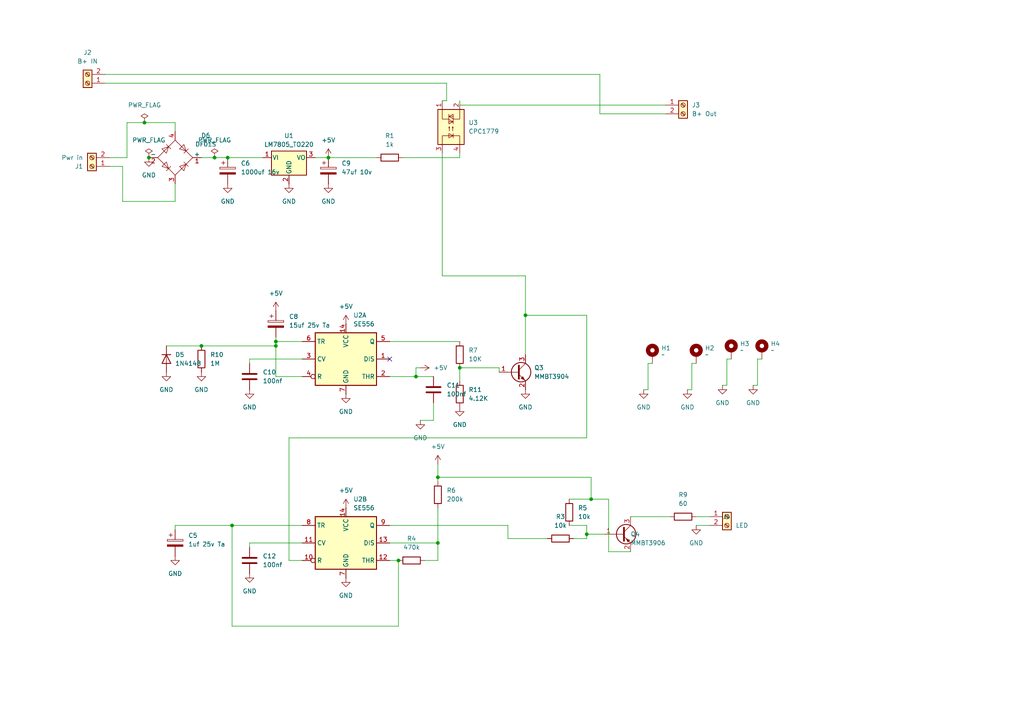
<source format=kicad_sch>
(kicad_sch
	(version 20250114)
	(generator "eeschema")
	(generator_version "9.0")
	(uuid "eb471509-faf7-400e-b08f-dadb99c91d71")
	(paper "A4")
	(lib_symbols
		(symbol "Connector:Screw_Terminal_01x02"
			(pin_names
				(offset 1.016)
				(hide yes)
			)
			(exclude_from_sim no)
			(in_bom yes)
			(on_board yes)
			(property "Reference" "J"
				(at 0 2.54 0)
				(effects
					(font
						(size 1.27 1.27)
					)
				)
			)
			(property "Value" "Screw_Terminal_01x02"
				(at 0 -5.08 0)
				(effects
					(font
						(size 1.27 1.27)
					)
				)
			)
			(property "Footprint" ""
				(at 0 0 0)
				(effects
					(font
						(size 1.27 1.27)
					)
					(hide yes)
				)
			)
			(property "Datasheet" "~"
				(at 0 0 0)
				(effects
					(font
						(size 1.27 1.27)
					)
					(hide yes)
				)
			)
			(property "Description" "Generic screw terminal, single row, 01x02, script generated (kicad-library-utils/schlib/autogen/connector/)"
				(at 0 0 0)
				(effects
					(font
						(size 1.27 1.27)
					)
					(hide yes)
				)
			)
			(property "ki_keywords" "screw terminal"
				(at 0 0 0)
				(effects
					(font
						(size 1.27 1.27)
					)
					(hide yes)
				)
			)
			(property "ki_fp_filters" "TerminalBlock*:*"
				(at 0 0 0)
				(effects
					(font
						(size 1.27 1.27)
					)
					(hide yes)
				)
			)
			(symbol "Screw_Terminal_01x02_1_1"
				(rectangle
					(start -1.27 1.27)
					(end 1.27 -3.81)
					(stroke
						(width 0.254)
						(type default)
					)
					(fill
						(type background)
					)
				)
				(polyline
					(pts
						(xy -0.5334 0.3302) (xy 0.3302 -0.508)
					)
					(stroke
						(width 0.1524)
						(type default)
					)
					(fill
						(type none)
					)
				)
				(polyline
					(pts
						(xy -0.5334 -2.2098) (xy 0.3302 -3.048)
					)
					(stroke
						(width 0.1524)
						(type default)
					)
					(fill
						(type none)
					)
				)
				(polyline
					(pts
						(xy -0.3556 0.508) (xy 0.508 -0.3302)
					)
					(stroke
						(width 0.1524)
						(type default)
					)
					(fill
						(type none)
					)
				)
				(polyline
					(pts
						(xy -0.3556 -2.032) (xy 0.508 -2.8702)
					)
					(stroke
						(width 0.1524)
						(type default)
					)
					(fill
						(type none)
					)
				)
				(circle
					(center 0 0)
					(radius 0.635)
					(stroke
						(width 0.1524)
						(type default)
					)
					(fill
						(type none)
					)
				)
				(circle
					(center 0 -2.54)
					(radius 0.635)
					(stroke
						(width 0.1524)
						(type default)
					)
					(fill
						(type none)
					)
				)
				(pin passive line
					(at -5.08 0 0)
					(length 3.81)
					(name "Pin_1"
						(effects
							(font
								(size 1.27 1.27)
							)
						)
					)
					(number "1"
						(effects
							(font
								(size 1.27 1.27)
							)
						)
					)
				)
				(pin passive line
					(at -5.08 -2.54 0)
					(length 3.81)
					(name "Pin_2"
						(effects
							(font
								(size 1.27 1.27)
							)
						)
					)
					(number "2"
						(effects
							(font
								(size 1.27 1.27)
							)
						)
					)
				)
			)
			(embedded_fonts no)
		)
		(symbol "Device:C"
			(pin_numbers
				(hide yes)
			)
			(pin_names
				(offset 0.254)
			)
			(exclude_from_sim no)
			(in_bom yes)
			(on_board yes)
			(property "Reference" "C"
				(at 0.635 2.54 0)
				(effects
					(font
						(size 1.27 1.27)
					)
					(justify left)
				)
			)
			(property "Value" "C"
				(at 0.635 -2.54 0)
				(effects
					(font
						(size 1.27 1.27)
					)
					(justify left)
				)
			)
			(property "Footprint" ""
				(at 0.9652 -3.81 0)
				(effects
					(font
						(size 1.27 1.27)
					)
					(hide yes)
				)
			)
			(property "Datasheet" "~"
				(at 0 0 0)
				(effects
					(font
						(size 1.27 1.27)
					)
					(hide yes)
				)
			)
			(property "Description" "Unpolarized capacitor"
				(at 0 0 0)
				(effects
					(font
						(size 1.27 1.27)
					)
					(hide yes)
				)
			)
			(property "ki_keywords" "cap capacitor"
				(at 0 0 0)
				(effects
					(font
						(size 1.27 1.27)
					)
					(hide yes)
				)
			)
			(property "ki_fp_filters" "C_*"
				(at 0 0 0)
				(effects
					(font
						(size 1.27 1.27)
					)
					(hide yes)
				)
			)
			(symbol "C_0_1"
				(polyline
					(pts
						(xy -2.032 0.762) (xy 2.032 0.762)
					)
					(stroke
						(width 0.508)
						(type default)
					)
					(fill
						(type none)
					)
				)
				(polyline
					(pts
						(xy -2.032 -0.762) (xy 2.032 -0.762)
					)
					(stroke
						(width 0.508)
						(type default)
					)
					(fill
						(type none)
					)
				)
			)
			(symbol "C_1_1"
				(pin passive line
					(at 0 3.81 270)
					(length 2.794)
					(name "~"
						(effects
							(font
								(size 1.27 1.27)
							)
						)
					)
					(number "1"
						(effects
							(font
								(size 1.27 1.27)
							)
						)
					)
				)
				(pin passive line
					(at 0 -3.81 90)
					(length 2.794)
					(name "~"
						(effects
							(font
								(size 1.27 1.27)
							)
						)
					)
					(number "2"
						(effects
							(font
								(size 1.27 1.27)
							)
						)
					)
				)
			)
			(embedded_fonts no)
		)
		(symbol "Device:C_Polarized"
			(pin_numbers
				(hide yes)
			)
			(pin_names
				(offset 0.254)
			)
			(exclude_from_sim no)
			(in_bom yes)
			(on_board yes)
			(property "Reference" "C"
				(at 0.635 2.54 0)
				(effects
					(font
						(size 1.27 1.27)
					)
					(justify left)
				)
			)
			(property "Value" "C_Polarized"
				(at 0.635 -2.54 0)
				(effects
					(font
						(size 1.27 1.27)
					)
					(justify left)
				)
			)
			(property "Footprint" ""
				(at 0.9652 -3.81 0)
				(effects
					(font
						(size 1.27 1.27)
					)
					(hide yes)
				)
			)
			(property "Datasheet" "~"
				(at 0 0 0)
				(effects
					(font
						(size 1.27 1.27)
					)
					(hide yes)
				)
			)
			(property "Description" "Polarized capacitor"
				(at 0 0 0)
				(effects
					(font
						(size 1.27 1.27)
					)
					(hide yes)
				)
			)
			(property "ki_keywords" "cap capacitor"
				(at 0 0 0)
				(effects
					(font
						(size 1.27 1.27)
					)
					(hide yes)
				)
			)
			(property "ki_fp_filters" "CP_*"
				(at 0 0 0)
				(effects
					(font
						(size 1.27 1.27)
					)
					(hide yes)
				)
			)
			(symbol "C_Polarized_0_1"
				(rectangle
					(start -2.286 0.508)
					(end 2.286 1.016)
					(stroke
						(width 0)
						(type default)
					)
					(fill
						(type none)
					)
				)
				(polyline
					(pts
						(xy -1.778 2.286) (xy -0.762 2.286)
					)
					(stroke
						(width 0)
						(type default)
					)
					(fill
						(type none)
					)
				)
				(polyline
					(pts
						(xy -1.27 2.794) (xy -1.27 1.778)
					)
					(stroke
						(width 0)
						(type default)
					)
					(fill
						(type none)
					)
				)
				(rectangle
					(start 2.286 -0.508)
					(end -2.286 -1.016)
					(stroke
						(width 0)
						(type default)
					)
					(fill
						(type outline)
					)
				)
			)
			(symbol "C_Polarized_1_1"
				(pin passive line
					(at 0 3.81 270)
					(length 2.794)
					(name "~"
						(effects
							(font
								(size 1.27 1.27)
							)
						)
					)
					(number "1"
						(effects
							(font
								(size 1.27 1.27)
							)
						)
					)
				)
				(pin passive line
					(at 0 -3.81 90)
					(length 2.794)
					(name "~"
						(effects
							(font
								(size 1.27 1.27)
							)
						)
					)
					(number "2"
						(effects
							(font
								(size 1.27 1.27)
							)
						)
					)
				)
			)
			(embedded_fonts no)
		)
		(symbol "Device:R"
			(pin_numbers
				(hide yes)
			)
			(pin_names
				(offset 0)
			)
			(exclude_from_sim no)
			(in_bom yes)
			(on_board yes)
			(property "Reference" "R"
				(at 2.032 0 90)
				(effects
					(font
						(size 1.27 1.27)
					)
				)
			)
			(property "Value" "R"
				(at 0 0 90)
				(effects
					(font
						(size 1.27 1.27)
					)
				)
			)
			(property "Footprint" ""
				(at -1.778 0 90)
				(effects
					(font
						(size 1.27 1.27)
					)
					(hide yes)
				)
			)
			(property "Datasheet" "~"
				(at 0 0 0)
				(effects
					(font
						(size 1.27 1.27)
					)
					(hide yes)
				)
			)
			(property "Description" "Resistor"
				(at 0 0 0)
				(effects
					(font
						(size 1.27 1.27)
					)
					(hide yes)
				)
			)
			(property "ki_keywords" "R res resistor"
				(at 0 0 0)
				(effects
					(font
						(size 1.27 1.27)
					)
					(hide yes)
				)
			)
			(property "ki_fp_filters" "R_*"
				(at 0 0 0)
				(effects
					(font
						(size 1.27 1.27)
					)
					(hide yes)
				)
			)
			(symbol "R_0_1"
				(rectangle
					(start -1.016 -2.54)
					(end 1.016 2.54)
					(stroke
						(width 0.254)
						(type default)
					)
					(fill
						(type none)
					)
				)
			)
			(symbol "R_1_1"
				(pin passive line
					(at 0 3.81 270)
					(length 1.27)
					(name "~"
						(effects
							(font
								(size 1.27 1.27)
							)
						)
					)
					(number "1"
						(effects
							(font
								(size 1.27 1.27)
							)
						)
					)
				)
				(pin passive line
					(at 0 -3.81 90)
					(length 1.27)
					(name "~"
						(effects
							(font
								(size 1.27 1.27)
							)
						)
					)
					(number "2"
						(effects
							(font
								(size 1.27 1.27)
							)
						)
					)
				)
			)
			(embedded_fonts no)
		)
		(symbol "Diode:1N4148"
			(pin_numbers
				(hide yes)
			)
			(pin_names
				(hide yes)
			)
			(exclude_from_sim no)
			(in_bom yes)
			(on_board yes)
			(property "Reference" "D"
				(at 0 2.54 0)
				(effects
					(font
						(size 1.27 1.27)
					)
				)
			)
			(property "Value" "1N4148"
				(at 0 -2.54 0)
				(effects
					(font
						(size 1.27 1.27)
					)
				)
			)
			(property "Footprint" "Diode_THT:D_DO-35_SOD27_P7.62mm_Horizontal"
				(at 0 0 0)
				(effects
					(font
						(size 1.27 1.27)
					)
					(hide yes)
				)
			)
			(property "Datasheet" "https://assets.nexperia.com/documents/data-sheet/1N4148_1N4448.pdf"
				(at 0 0 0)
				(effects
					(font
						(size 1.27 1.27)
					)
					(hide yes)
				)
			)
			(property "Description" "100V 0.15A standard switching diode, DO-35"
				(at 0 0 0)
				(effects
					(font
						(size 1.27 1.27)
					)
					(hide yes)
				)
			)
			(property "Sim.Device" "D"
				(at 0 0 0)
				(effects
					(font
						(size 1.27 1.27)
					)
					(hide yes)
				)
			)
			(property "Sim.Pins" "1=K 2=A"
				(at 0 0 0)
				(effects
					(font
						(size 1.27 1.27)
					)
					(hide yes)
				)
			)
			(property "ki_keywords" "diode"
				(at 0 0 0)
				(effects
					(font
						(size 1.27 1.27)
					)
					(hide yes)
				)
			)
			(property "ki_fp_filters" "D*DO?35*"
				(at 0 0 0)
				(effects
					(font
						(size 1.27 1.27)
					)
					(hide yes)
				)
			)
			(symbol "1N4148_0_1"
				(polyline
					(pts
						(xy -1.27 1.27) (xy -1.27 -1.27)
					)
					(stroke
						(width 0.254)
						(type default)
					)
					(fill
						(type none)
					)
				)
				(polyline
					(pts
						(xy 1.27 1.27) (xy 1.27 -1.27) (xy -1.27 0) (xy 1.27 1.27)
					)
					(stroke
						(width 0.254)
						(type default)
					)
					(fill
						(type none)
					)
				)
				(polyline
					(pts
						(xy 1.27 0) (xy -1.27 0)
					)
					(stroke
						(width 0)
						(type default)
					)
					(fill
						(type none)
					)
				)
			)
			(symbol "1N4148_1_1"
				(pin passive line
					(at -3.81 0 0)
					(length 2.54)
					(name "K"
						(effects
							(font
								(size 1.27 1.27)
							)
						)
					)
					(number "1"
						(effects
							(font
								(size 1.27 1.27)
							)
						)
					)
				)
				(pin passive line
					(at 3.81 0 180)
					(length 2.54)
					(name "A"
						(effects
							(font
								(size 1.27 1.27)
							)
						)
					)
					(number "2"
						(effects
							(font
								(size 1.27 1.27)
							)
						)
					)
				)
			)
			(embedded_fonts no)
		)
		(symbol "Diode_Bridge:DF01S"
			(pin_names
				(offset 0)
			)
			(exclude_from_sim no)
			(in_bom yes)
			(on_board yes)
			(property "Reference" "D"
				(at 2.54 6.985 0)
				(effects
					(font
						(size 1.27 1.27)
					)
					(justify left)
				)
			)
			(property "Value" "DF01S"
				(at 2.54 5.08 0)
				(effects
					(font
						(size 1.27 1.27)
					)
					(justify left)
				)
			)
			(property "Footprint" "Diode_SMD:Diode_Bridge_OnSemi_SDIP-4L"
				(at 3.81 3.175 0)
				(effects
					(font
						(size 1.27 1.27)
					)
					(justify left)
					(hide yes)
				)
			)
			(property "Datasheet" "https://www.onsemi.com/download/data-sheet/pdf/df10s-d.pdf"
				(at 0 0 0)
				(effects
					(font
						(size 1.27 1.27)
					)
					(hide yes)
				)
			)
			(property "Description" "Bridge Rectifier, 70V Vrms, 1.5A If, SMDIP-4"
				(at 0 0 0)
				(effects
					(font
						(size 1.27 1.27)
					)
					(hide yes)
				)
			)
			(property "ki_keywords" "rectifier acdc"
				(at 0 0 0)
				(effects
					(font
						(size 1.27 1.27)
					)
					(hide yes)
				)
			)
			(property "ki_fp_filters" "Diode*Bridge*OnSemi*SDIP*4L*"
				(at 0 0 0)
				(effects
					(font
						(size 1.27 1.27)
					)
					(hide yes)
				)
			)
			(symbol "DF01S_0_1"
				(polyline
					(pts
						(xy -5.08 0) (xy 0 -5.08) (xy 5.08 0) (xy 0 5.08) (xy -5.08 0)
					)
					(stroke
						(width 0)
						(type default)
					)
					(fill
						(type none)
					)
				)
				(polyline
					(pts
						(xy -3.81 2.54) (xy -2.54 1.27) (xy -1.905 3.175) (xy -3.81 2.54)
					)
					(stroke
						(width 0)
						(type default)
					)
					(fill
						(type none)
					)
				)
				(polyline
					(pts
						(xy -2.54 3.81) (xy -1.27 2.54)
					)
					(stroke
						(width 0)
						(type default)
					)
					(fill
						(type none)
					)
				)
				(polyline
					(pts
						(xy -2.54 -1.27) (xy -3.81 -2.54) (xy -1.905 -3.175) (xy -2.54 -1.27)
					)
					(stroke
						(width 0)
						(type default)
					)
					(fill
						(type none)
					)
				)
				(polyline
					(pts
						(xy -1.27 -2.54) (xy -2.54 -3.81)
					)
					(stroke
						(width 0)
						(type default)
					)
					(fill
						(type none)
					)
				)
				(polyline
					(pts
						(xy 1.27 2.54) (xy 2.54 3.81) (xy 3.175 1.905) (xy 1.27 2.54)
					)
					(stroke
						(width 0)
						(type default)
					)
					(fill
						(type none)
					)
				)
				(polyline
					(pts
						(xy 2.54 1.27) (xy 3.81 2.54)
					)
					(stroke
						(width 0)
						(type default)
					)
					(fill
						(type none)
					)
				)
				(polyline
					(pts
						(xy 2.54 -1.27) (xy 3.81 -2.54)
					)
					(stroke
						(width 0)
						(type default)
					)
					(fill
						(type none)
					)
				)
				(polyline
					(pts
						(xy 3.175 -1.905) (xy 1.27 -2.54) (xy 2.54 -3.81) (xy 3.175 -1.905)
					)
					(stroke
						(width 0)
						(type default)
					)
					(fill
						(type none)
					)
				)
			)
			(symbol "DF01S_1_1"
				(pin passive line
					(at -7.62 0 0)
					(length 2.54)
					(name "-"
						(effects
							(font
								(size 1.27 1.27)
							)
						)
					)
					(number "2"
						(effects
							(font
								(size 1.27 1.27)
							)
						)
					)
				)
				(pin passive line
					(at 0 7.62 270)
					(length 2.54)
					(name "~"
						(effects
							(font
								(size 1.27 1.27)
							)
						)
					)
					(number "4"
						(effects
							(font
								(size 1.27 1.27)
							)
						)
					)
				)
				(pin passive line
					(at 0 -7.62 90)
					(length 2.54)
					(name "~"
						(effects
							(font
								(size 1.27 1.27)
							)
						)
					)
					(number "3"
						(effects
							(font
								(size 1.27 1.27)
							)
						)
					)
				)
				(pin passive line
					(at 7.62 0 180)
					(length 2.54)
					(name "+"
						(effects
							(font
								(size 1.27 1.27)
							)
						)
					)
					(number "1"
						(effects
							(font
								(size 1.27 1.27)
							)
						)
					)
				)
			)
			(embedded_fonts no)
		)
		(symbol "Mechanical:MountingHole_Pad"
			(pin_numbers
				(hide yes)
			)
			(pin_names
				(offset 1.016)
				(hide yes)
			)
			(exclude_from_sim yes)
			(in_bom no)
			(on_board yes)
			(property "Reference" "H"
				(at 0 6.35 0)
				(effects
					(font
						(size 1.27 1.27)
					)
				)
			)
			(property "Value" "MountingHole_Pad"
				(at 0 4.445 0)
				(effects
					(font
						(size 1.27 1.27)
					)
				)
			)
			(property "Footprint" ""
				(at 0 0 0)
				(effects
					(font
						(size 1.27 1.27)
					)
					(hide yes)
				)
			)
			(property "Datasheet" "~"
				(at 0 0 0)
				(effects
					(font
						(size 1.27 1.27)
					)
					(hide yes)
				)
			)
			(property "Description" "Mounting Hole with connection"
				(at 0 0 0)
				(effects
					(font
						(size 1.27 1.27)
					)
					(hide yes)
				)
			)
			(property "ki_keywords" "mounting hole"
				(at 0 0 0)
				(effects
					(font
						(size 1.27 1.27)
					)
					(hide yes)
				)
			)
			(property "ki_fp_filters" "MountingHole*Pad*"
				(at 0 0 0)
				(effects
					(font
						(size 1.27 1.27)
					)
					(hide yes)
				)
			)
			(symbol "MountingHole_Pad_0_1"
				(circle
					(center 0 1.27)
					(radius 1.27)
					(stroke
						(width 1.27)
						(type default)
					)
					(fill
						(type none)
					)
				)
			)
			(symbol "MountingHole_Pad_1_1"
				(pin input line
					(at 0 -2.54 90)
					(length 2.54)
					(name "1"
						(effects
							(font
								(size 1.27 1.27)
							)
						)
					)
					(number "1"
						(effects
							(font
								(size 1.27 1.27)
							)
						)
					)
				)
			)
			(embedded_fonts no)
		)
		(symbol "Regulator_Linear:LM7805_TO220"
			(pin_names
				(offset 0.254)
			)
			(exclude_from_sim no)
			(in_bom yes)
			(on_board yes)
			(property "Reference" "U"
				(at -3.81 3.175 0)
				(effects
					(font
						(size 1.27 1.27)
					)
				)
			)
			(property "Value" "LM7805_TO220"
				(at 0 3.175 0)
				(effects
					(font
						(size 1.27 1.27)
					)
					(justify left)
				)
			)
			(property "Footprint" "Package_TO_SOT_THT:TO-220-3_Vertical"
				(at 0 5.715 0)
				(effects
					(font
						(size 1.27 1.27)
						(italic yes)
					)
					(hide yes)
				)
			)
			(property "Datasheet" "https://www.onsemi.cn/PowerSolutions/document/MC7800-D.PDF"
				(at 0 -1.27 0)
				(effects
					(font
						(size 1.27 1.27)
					)
					(hide yes)
				)
			)
			(property "Description" "Positive 1A 35V Linear Regulator, Fixed Output 5V, TO-220"
				(at 0 0 0)
				(effects
					(font
						(size 1.27 1.27)
					)
					(hide yes)
				)
			)
			(property "ki_keywords" "Voltage Regulator 1A Positive"
				(at 0 0 0)
				(effects
					(font
						(size 1.27 1.27)
					)
					(hide yes)
				)
			)
			(property "ki_fp_filters" "TO?220*"
				(at 0 0 0)
				(effects
					(font
						(size 1.27 1.27)
					)
					(hide yes)
				)
			)
			(symbol "LM7805_TO220_0_1"
				(rectangle
					(start -5.08 1.905)
					(end 5.08 -5.08)
					(stroke
						(width 0.254)
						(type default)
					)
					(fill
						(type background)
					)
				)
			)
			(symbol "LM7805_TO220_1_1"
				(pin power_in line
					(at -7.62 0 0)
					(length 2.54)
					(name "VI"
						(effects
							(font
								(size 1.27 1.27)
							)
						)
					)
					(number "1"
						(effects
							(font
								(size 1.27 1.27)
							)
						)
					)
				)
				(pin power_in line
					(at 0 -7.62 90)
					(length 2.54)
					(name "GND"
						(effects
							(font
								(size 1.27 1.27)
							)
						)
					)
					(number "2"
						(effects
							(font
								(size 1.27 1.27)
							)
						)
					)
				)
				(pin power_out line
					(at 7.62 0 180)
					(length 2.54)
					(name "VO"
						(effects
							(font
								(size 1.27 1.27)
							)
						)
					)
					(number "3"
						(effects
							(font
								(size 1.27 1.27)
							)
						)
					)
				)
			)
			(embedded_fonts no)
		)
		(symbol "Relay_SolidState:S102S01"
			(exclude_from_sim no)
			(in_bom yes)
			(on_board yes)
			(property "Reference" "U"
				(at -5.08 5.08 0)
				(effects
					(font
						(size 1.27 1.27)
					)
					(justify left)
				)
			)
			(property "Value" "S102S01"
				(at 0 5.08 0)
				(effects
					(font
						(size 1.27 1.27)
					)
					(justify left)
				)
			)
			(property "Footprint" "Package_SIP:SIP4_Sharp-SSR_P7.62mm_Straight"
				(at -5.08 -5.08 0)
				(effects
					(font
						(size 1.27 1.27)
						(italic yes)
					)
					(justify left)
					(hide yes)
				)
			)
			(property "Datasheet" "http://www.sharp-world.com/products/device/lineup/data/pdf/datasheet/s102s01_e.pdf"
				(at 0 0 0)
				(effects
					(font
						(size 1.27 1.27)
					)
					(justify left)
					(hide yes)
				)
			)
			(property "Description" "Random Phase Opto-Triac, Vdrm 400V, Ift 8mA, IT 8A"
				(at 0 0 0)
				(effects
					(font
						(size 1.27 1.27)
					)
					(hide yes)
				)
			)
			(property "ki_keywords" "Opto-Triac Opto Triac Random Phase Solid State Relays"
				(at 0 0 0)
				(effects
					(font
						(size 1.27 1.27)
					)
					(hide yes)
				)
			)
			(property "ki_fp_filters" "SIP4*Sharp*SSR*P7.62mm*"
				(at 0 0 0)
				(effects
					(font
						(size 1.27 1.27)
					)
					(hide yes)
				)
			)
			(symbol "S102S01_0_1"
				(rectangle
					(start -5.08 3.81)
					(end 5.08 -3.81)
					(stroke
						(width 0.254)
						(type default)
					)
					(fill
						(type background)
					)
				)
				(polyline
					(pts
						(xy -5.08 2.54) (xy -2.54 2.54) (xy -2.54 -2.54) (xy -5.08 -2.54)
					)
					(stroke
						(width 0)
						(type default)
					)
					(fill
						(type none)
					)
				)
				(polyline
					(pts
						(xy -3.175 -0.635) (xy -1.905 -0.635)
					)
					(stroke
						(width 0)
						(type default)
					)
					(fill
						(type none)
					)
				)
				(polyline
					(pts
						(xy -2.54 -0.635) (xy -3.175 0.635) (xy -1.905 0.635) (xy -2.54 -0.635)
					)
					(stroke
						(width 0)
						(type default)
					)
					(fill
						(type none)
					)
				)
				(polyline
					(pts
						(xy -1.143 0.508) (xy 0.127 0.508) (xy -0.254 0.381) (xy -0.254 0.635) (xy 0.127 0.508)
					)
					(stroke
						(width 0)
						(type default)
					)
					(fill
						(type none)
					)
				)
				(polyline
					(pts
						(xy -1.143 -0.508) (xy 0.127 -0.508) (xy -0.254 -0.635) (xy -0.254 -0.381) (xy 0.127 -0.508)
					)
					(stroke
						(width 0)
						(type default)
					)
					(fill
						(type none)
					)
				)
				(polyline
					(pts
						(xy 0.889 -0.635) (xy 3.683 -0.635) (xy 3.048 0.635) (xy 2.413 -0.635)
					)
					(stroke
						(width 0)
						(type default)
					)
					(fill
						(type none)
					)
				)
				(polyline
					(pts
						(xy 1.524 -0.635) (xy 1.524 0.635)
					)
					(stroke
						(width 0)
						(type default)
					)
					(fill
						(type none)
					)
				)
				(polyline
					(pts
						(xy 2.286 0.635) (xy 2.286 2.54) (xy 5.08 2.54)
					)
					(stroke
						(width 0)
						(type default)
					)
					(fill
						(type none)
					)
				)
				(polyline
					(pts
						(xy 2.286 -0.635) (xy 2.286 -2.54) (xy 5.08 -2.54)
					)
					(stroke
						(width 0)
						(type default)
					)
					(fill
						(type none)
					)
				)
				(polyline
					(pts
						(xy 3.048 0.635) (xy 3.048 -0.635)
					)
					(stroke
						(width 0)
						(type default)
					)
					(fill
						(type none)
					)
				)
				(polyline
					(pts
						(xy 3.683 0.635) (xy 0.889 0.635) (xy 1.524 -0.635) (xy 2.159 0.635)
					)
					(stroke
						(width 0)
						(type default)
					)
					(fill
						(type none)
					)
				)
			)
			(symbol "S102S01_1_1"
				(pin passive line
					(at -7.62 2.54 0)
					(length 2.54)
					(name "~"
						(effects
							(font
								(size 1.27 1.27)
							)
						)
					)
					(number "3"
						(effects
							(font
								(size 1.27 1.27)
							)
						)
					)
				)
				(pin passive line
					(at -7.62 -2.54 0)
					(length 2.54)
					(name "~"
						(effects
							(font
								(size 1.27 1.27)
							)
						)
					)
					(number "4"
						(effects
							(font
								(size 1.27 1.27)
							)
						)
					)
				)
				(pin passive line
					(at 7.62 2.54 180)
					(length 2.54)
					(name "~"
						(effects
							(font
								(size 1.27 1.27)
							)
						)
					)
					(number "1"
						(effects
							(font
								(size 1.27 1.27)
							)
						)
					)
				)
				(pin passive line
					(at 7.62 -2.54 180)
					(length 2.54)
					(name "~"
						(effects
							(font
								(size 1.27 1.27)
							)
						)
					)
					(number "2"
						(effects
							(font
								(size 1.27 1.27)
							)
						)
					)
				)
			)
			(embedded_fonts no)
		)
		(symbol "Timer:SE556"
			(exclude_from_sim no)
			(in_bom yes)
			(on_board yes)
			(property "Reference" "U"
				(at -10.16 8.89 0)
				(effects
					(font
						(size 1.27 1.27)
					)
					(justify left)
				)
			)
			(property "Value" "SE556"
				(at -10.16 -8.89 0)
				(effects
					(font
						(size 1.27 1.27)
					)
					(justify left)
				)
			)
			(property "Footprint" ""
				(at 0 0 0)
				(effects
					(font
						(size 1.27 1.27)
					)
					(hide yes)
				)
			)
			(property "Datasheet" "http://www.ti.com/lit/ds/symlink/ne556.pdf"
				(at 0 0 0)
				(effects
					(font
						(size 1.27 1.27)
					)
					(hide yes)
				)
			)
			(property "Description" "Dual Precision Timers, DIP-14/SOIC-14"
				(at 0 0 0)
				(effects
					(font
						(size 1.27 1.27)
					)
					(hide yes)
				)
			)
			(property "ki_keywords" "dual timer"
				(at 0 0 0)
				(effects
					(font
						(size 1.27 1.27)
					)
					(hide yes)
				)
			)
			(property "ki_fp_filters" "DIP*W7.62mm* TSSOP*5.3x6.2mm*P0.65mm* SOIC*3.9x8.7mm*P1.27mm*"
				(at 0 0 0)
				(effects
					(font
						(size 1.27 1.27)
					)
					(hide yes)
				)
			)
			(symbol "SE556_0_0"
				(pin power_in line
					(at 0 10.16 270)
					(length 2.54)
					(name "VCC"
						(effects
							(font
								(size 1.27 1.27)
							)
						)
					)
					(number "14"
						(effects
							(font
								(size 1.27 1.27)
							)
						)
					)
				)
				(pin power_in line
					(at 0 -10.16 90)
					(length 2.54)
					(name "GND"
						(effects
							(font
								(size 1.27 1.27)
							)
						)
					)
					(number "7"
						(effects
							(font
								(size 1.27 1.27)
							)
						)
					)
				)
			)
			(symbol "SE556_0_1"
				(rectangle
					(start -8.89 -7.62)
					(end 8.89 7.62)
					(stroke
						(width 0.254)
						(type default)
					)
					(fill
						(type background)
					)
				)
				(rectangle
					(start -8.89 -7.62)
					(end 8.89 7.62)
					(stroke
						(width 0.254)
						(type default)
					)
					(fill
						(type background)
					)
				)
			)
			(symbol "SE556_1_1"
				(pin input line
					(at -12.7 5.08 0)
					(length 3.81)
					(name "TR"
						(effects
							(font
								(size 1.27 1.27)
							)
						)
					)
					(number "6"
						(effects
							(font
								(size 1.27 1.27)
							)
						)
					)
				)
				(pin input line
					(at -12.7 0 0)
					(length 3.81)
					(name "CV"
						(effects
							(font
								(size 1.27 1.27)
							)
						)
					)
					(number "3"
						(effects
							(font
								(size 1.27 1.27)
							)
						)
					)
				)
				(pin input inverted
					(at -12.7 -5.08 0)
					(length 3.81)
					(name "R"
						(effects
							(font
								(size 1.27 1.27)
							)
						)
					)
					(number "4"
						(effects
							(font
								(size 1.27 1.27)
							)
						)
					)
				)
				(pin output line
					(at 12.7 5.08 180)
					(length 3.81)
					(name "Q"
						(effects
							(font
								(size 1.27 1.27)
							)
						)
					)
					(number "5"
						(effects
							(font
								(size 1.27 1.27)
							)
						)
					)
				)
				(pin input line
					(at 12.7 0 180)
					(length 3.81)
					(name "DIS"
						(effects
							(font
								(size 1.27 1.27)
							)
						)
					)
					(number "1"
						(effects
							(font
								(size 1.27 1.27)
							)
						)
					)
				)
				(pin input line
					(at 12.7 -5.08 180)
					(length 3.81)
					(name "THR"
						(effects
							(font
								(size 1.27 1.27)
							)
						)
					)
					(number "2"
						(effects
							(font
								(size 1.27 1.27)
							)
						)
					)
				)
			)
			(symbol "SE556_2_1"
				(pin input line
					(at -12.7 5.08 0)
					(length 3.81)
					(name "TR"
						(effects
							(font
								(size 1.27 1.27)
							)
						)
					)
					(number "8"
						(effects
							(font
								(size 1.27 1.27)
							)
						)
					)
				)
				(pin input line
					(at -12.7 0 0)
					(length 3.81)
					(name "CV"
						(effects
							(font
								(size 1.27 1.27)
							)
						)
					)
					(number "11"
						(effects
							(font
								(size 1.27 1.27)
							)
						)
					)
				)
				(pin input inverted
					(at -12.7 -5.08 0)
					(length 3.81)
					(name "R"
						(effects
							(font
								(size 1.27 1.27)
							)
						)
					)
					(number "10"
						(effects
							(font
								(size 1.27 1.27)
							)
						)
					)
				)
				(pin output line
					(at 12.7 5.08 180)
					(length 3.81)
					(name "Q"
						(effects
							(font
								(size 1.27 1.27)
							)
						)
					)
					(number "9"
						(effects
							(font
								(size 1.27 1.27)
							)
						)
					)
				)
				(pin input line
					(at 12.7 0 180)
					(length 3.81)
					(name "DIS"
						(effects
							(font
								(size 1.27 1.27)
							)
						)
					)
					(number "13"
						(effects
							(font
								(size 1.27 1.27)
							)
						)
					)
				)
				(pin input line
					(at 12.7 -5.08 180)
					(length 3.81)
					(name "THR"
						(effects
							(font
								(size 1.27 1.27)
							)
						)
					)
					(number "12"
						(effects
							(font
								(size 1.27 1.27)
							)
						)
					)
				)
			)
			(embedded_fonts no)
		)
		(symbol "Transistor_BJT:MMBT3904"
			(pin_names
				(offset 0)
				(hide yes)
			)
			(exclude_from_sim no)
			(in_bom yes)
			(on_board yes)
			(property "Reference" "Q"
				(at 5.08 1.905 0)
				(effects
					(font
						(size 1.27 1.27)
					)
					(justify left)
				)
			)
			(property "Value" "MMBT3904"
				(at 5.08 0 0)
				(effects
					(font
						(size 1.27 1.27)
					)
					(justify left)
				)
			)
			(property "Footprint" "Package_TO_SOT_SMD:SOT-23"
				(at 5.08 -1.905 0)
				(effects
					(font
						(size 1.27 1.27)
						(italic yes)
					)
					(justify left)
					(hide yes)
				)
			)
			(property "Datasheet" "https://www.onsemi.com/pdf/datasheet/pzt3904-d.pdf"
				(at 0 0 0)
				(effects
					(font
						(size 1.27 1.27)
					)
					(justify left)
					(hide yes)
				)
			)
			(property "Description" "0.2A Ic, 40V Vce, Small Signal NPN Transistor, SOT-23"
				(at 0 0 0)
				(effects
					(font
						(size 1.27 1.27)
					)
					(hide yes)
				)
			)
			(property "ki_keywords" "NPN Transistor"
				(at 0 0 0)
				(effects
					(font
						(size 1.27 1.27)
					)
					(hide yes)
				)
			)
			(property "ki_fp_filters" "SOT?23*"
				(at 0 0 0)
				(effects
					(font
						(size 1.27 1.27)
					)
					(hide yes)
				)
			)
			(symbol "MMBT3904_0_1"
				(polyline
					(pts
						(xy -2.54 0) (xy 0.635 0)
					)
					(stroke
						(width 0)
						(type default)
					)
					(fill
						(type none)
					)
				)
				(polyline
					(pts
						(xy 0.635 1.905) (xy 0.635 -1.905)
					)
					(stroke
						(width 0.508)
						(type default)
					)
					(fill
						(type none)
					)
				)
				(circle
					(center 1.27 0)
					(radius 2.8194)
					(stroke
						(width 0.254)
						(type default)
					)
					(fill
						(type none)
					)
				)
			)
			(symbol "MMBT3904_1_1"
				(polyline
					(pts
						(xy 0.635 0.635) (xy 2.54 2.54)
					)
					(stroke
						(width 0)
						(type default)
					)
					(fill
						(type none)
					)
				)
				(polyline
					(pts
						(xy 0.635 -0.635) (xy 2.54 -2.54)
					)
					(stroke
						(width 0)
						(type default)
					)
					(fill
						(type none)
					)
				)
				(polyline
					(pts
						(xy 1.27 -1.778) (xy 1.778 -1.27) (xy 2.286 -2.286) (xy 1.27 -1.778)
					)
					(stroke
						(width 0)
						(type default)
					)
					(fill
						(type outline)
					)
				)
				(pin input line
					(at -5.08 0 0)
					(length 2.54)
					(name "B"
						(effects
							(font
								(size 1.27 1.27)
							)
						)
					)
					(number "1"
						(effects
							(font
								(size 1.27 1.27)
							)
						)
					)
				)
				(pin passive line
					(at 2.54 5.08 270)
					(length 2.54)
					(name "C"
						(effects
							(font
								(size 1.27 1.27)
							)
						)
					)
					(number "3"
						(effects
							(font
								(size 1.27 1.27)
							)
						)
					)
				)
				(pin passive line
					(at 2.54 -5.08 90)
					(length 2.54)
					(name "E"
						(effects
							(font
								(size 1.27 1.27)
							)
						)
					)
					(number "2"
						(effects
							(font
								(size 1.27 1.27)
							)
						)
					)
				)
			)
			(embedded_fonts no)
		)
		(symbol "Transistor_BJT:MMBT3906"
			(pin_names
				(offset 0)
				(hide yes)
			)
			(exclude_from_sim no)
			(in_bom yes)
			(on_board yes)
			(property "Reference" "Q"
				(at 5.08 1.905 0)
				(effects
					(font
						(size 1.27 1.27)
					)
					(justify left)
				)
			)
			(property "Value" "MMBT3906"
				(at 5.08 0 0)
				(effects
					(font
						(size 1.27 1.27)
					)
					(justify left)
				)
			)
			(property "Footprint" "Package_TO_SOT_SMD:SOT-23"
				(at 5.08 -1.905 0)
				(effects
					(font
						(size 1.27 1.27)
						(italic yes)
					)
					(justify left)
					(hide yes)
				)
			)
			(property "Datasheet" "https://www.onsemi.com/pdf/datasheet/pzt3906-d.pdf"
				(at 0 0 0)
				(effects
					(font
						(size 1.27 1.27)
					)
					(justify left)
					(hide yes)
				)
			)
			(property "Description" "-0.2A Ic, -40V Vce, Small Signal PNP Transistor, SOT-23"
				(at 0 0 0)
				(effects
					(font
						(size 1.27 1.27)
					)
					(hide yes)
				)
			)
			(property "ki_keywords" "PNP Transistor"
				(at 0 0 0)
				(effects
					(font
						(size 1.27 1.27)
					)
					(hide yes)
				)
			)
			(property "ki_fp_filters" "SOT?23*"
				(at 0 0 0)
				(effects
					(font
						(size 1.27 1.27)
					)
					(hide yes)
				)
			)
			(symbol "MMBT3906_0_1"
				(polyline
					(pts
						(xy -2.54 0) (xy 0.635 0)
					)
					(stroke
						(width 0)
						(type default)
					)
					(fill
						(type none)
					)
				)
				(polyline
					(pts
						(xy 0.635 1.905) (xy 0.635 -1.905)
					)
					(stroke
						(width 0.508)
						(type default)
					)
					(fill
						(type none)
					)
				)
				(polyline
					(pts
						(xy 0.635 0.635) (xy 2.54 2.54)
					)
					(stroke
						(width 0)
						(type default)
					)
					(fill
						(type none)
					)
				)
				(polyline
					(pts
						(xy 0.635 -0.635) (xy 2.54 -2.54)
					)
					(stroke
						(width 0)
						(type default)
					)
					(fill
						(type none)
					)
				)
				(circle
					(center 1.27 0)
					(radius 2.8194)
					(stroke
						(width 0.254)
						(type default)
					)
					(fill
						(type none)
					)
				)
				(polyline
					(pts
						(xy 2.286 -1.778) (xy 1.778 -2.286) (xy 1.27 -1.27) (xy 2.286 -1.778)
					)
					(stroke
						(width 0)
						(type default)
					)
					(fill
						(type outline)
					)
				)
			)
			(symbol "MMBT3906_1_1"
				(pin input line
					(at -5.08 0 0)
					(length 2.54)
					(name "B"
						(effects
							(font
								(size 1.27 1.27)
							)
						)
					)
					(number "1"
						(effects
							(font
								(size 1.27 1.27)
							)
						)
					)
				)
				(pin passive line
					(at 2.54 5.08 270)
					(length 2.54)
					(name "C"
						(effects
							(font
								(size 1.27 1.27)
							)
						)
					)
					(number "3"
						(effects
							(font
								(size 1.27 1.27)
							)
						)
					)
				)
				(pin passive line
					(at 2.54 -5.08 90)
					(length 2.54)
					(name "E"
						(effects
							(font
								(size 1.27 1.27)
							)
						)
					)
					(number "2"
						(effects
							(font
								(size 1.27 1.27)
							)
						)
					)
				)
			)
			(embedded_fonts no)
		)
		(symbol "power:+5V"
			(power)
			(pin_numbers
				(hide yes)
			)
			(pin_names
				(offset 0)
				(hide yes)
			)
			(exclude_from_sim no)
			(in_bom yes)
			(on_board yes)
			(property "Reference" "#PWR"
				(at 0 -3.81 0)
				(effects
					(font
						(size 1.27 1.27)
					)
					(hide yes)
				)
			)
			(property "Value" "+5V"
				(at 0 3.556 0)
				(effects
					(font
						(size 1.27 1.27)
					)
				)
			)
			(property "Footprint" ""
				(at 0 0 0)
				(effects
					(font
						(size 1.27 1.27)
					)
					(hide yes)
				)
			)
			(property "Datasheet" ""
				(at 0 0 0)
				(effects
					(font
						(size 1.27 1.27)
					)
					(hide yes)
				)
			)
			(property "Description" "Power symbol creates a global label with name \"+5V\""
				(at 0 0 0)
				(effects
					(font
						(size 1.27 1.27)
					)
					(hide yes)
				)
			)
			(property "ki_keywords" "global power"
				(at 0 0 0)
				(effects
					(font
						(size 1.27 1.27)
					)
					(hide yes)
				)
			)
			(symbol "+5V_0_1"
				(polyline
					(pts
						(xy -0.762 1.27) (xy 0 2.54)
					)
					(stroke
						(width 0)
						(type default)
					)
					(fill
						(type none)
					)
				)
				(polyline
					(pts
						(xy 0 2.54) (xy 0.762 1.27)
					)
					(stroke
						(width 0)
						(type default)
					)
					(fill
						(type none)
					)
				)
				(polyline
					(pts
						(xy 0 0) (xy 0 2.54)
					)
					(stroke
						(width 0)
						(type default)
					)
					(fill
						(type none)
					)
				)
			)
			(symbol "+5V_1_1"
				(pin power_in line
					(at 0 0 90)
					(length 0)
					(name "~"
						(effects
							(font
								(size 1.27 1.27)
							)
						)
					)
					(number "1"
						(effects
							(font
								(size 1.27 1.27)
							)
						)
					)
				)
			)
			(embedded_fonts no)
		)
		(symbol "power:GND"
			(power)
			(pin_numbers
				(hide yes)
			)
			(pin_names
				(offset 0)
				(hide yes)
			)
			(exclude_from_sim no)
			(in_bom yes)
			(on_board yes)
			(property "Reference" "#PWR"
				(at 0 -6.35 0)
				(effects
					(font
						(size 1.27 1.27)
					)
					(hide yes)
				)
			)
			(property "Value" "GND"
				(at 0 -3.81 0)
				(effects
					(font
						(size 1.27 1.27)
					)
				)
			)
			(property "Footprint" ""
				(at 0 0 0)
				(effects
					(font
						(size 1.27 1.27)
					)
					(hide yes)
				)
			)
			(property "Datasheet" ""
				(at 0 0 0)
				(effects
					(font
						(size 1.27 1.27)
					)
					(hide yes)
				)
			)
			(property "Description" "Power symbol creates a global label with name \"GND\" , ground"
				(at 0 0 0)
				(effects
					(font
						(size 1.27 1.27)
					)
					(hide yes)
				)
			)
			(property "ki_keywords" "global power"
				(at 0 0 0)
				(effects
					(font
						(size 1.27 1.27)
					)
					(hide yes)
				)
			)
			(symbol "GND_0_1"
				(polyline
					(pts
						(xy 0 0) (xy 0 -1.27) (xy 1.27 -1.27) (xy 0 -2.54) (xy -1.27 -1.27) (xy 0 -1.27)
					)
					(stroke
						(width 0)
						(type default)
					)
					(fill
						(type none)
					)
				)
			)
			(symbol "GND_1_1"
				(pin power_in line
					(at 0 0 270)
					(length 0)
					(name "~"
						(effects
							(font
								(size 1.27 1.27)
							)
						)
					)
					(number "1"
						(effects
							(font
								(size 1.27 1.27)
							)
						)
					)
				)
			)
			(embedded_fonts no)
		)
		(symbol "power:PWR_FLAG"
			(power)
			(pin_numbers
				(hide yes)
			)
			(pin_names
				(offset 0)
				(hide yes)
			)
			(exclude_from_sim no)
			(in_bom yes)
			(on_board yes)
			(property "Reference" "#FLG"
				(at 0 1.905 0)
				(effects
					(font
						(size 1.27 1.27)
					)
					(hide yes)
				)
			)
			(property "Value" "PWR_FLAG"
				(at 0 3.81 0)
				(effects
					(font
						(size 1.27 1.27)
					)
				)
			)
			(property "Footprint" ""
				(at 0 0 0)
				(effects
					(font
						(size 1.27 1.27)
					)
					(hide yes)
				)
			)
			(property "Datasheet" "~"
				(at 0 0 0)
				(effects
					(font
						(size 1.27 1.27)
					)
					(hide yes)
				)
			)
			(property "Description" "Special symbol for telling ERC where power comes from"
				(at 0 0 0)
				(effects
					(font
						(size 1.27 1.27)
					)
					(hide yes)
				)
			)
			(property "ki_keywords" "flag power"
				(at 0 0 0)
				(effects
					(font
						(size 1.27 1.27)
					)
					(hide yes)
				)
			)
			(symbol "PWR_FLAG_0_0"
				(pin power_out line
					(at 0 0 90)
					(length 0)
					(name "~"
						(effects
							(font
								(size 1.27 1.27)
							)
						)
					)
					(number "1"
						(effects
							(font
								(size 1.27 1.27)
							)
						)
					)
				)
			)
			(symbol "PWR_FLAG_0_1"
				(polyline
					(pts
						(xy 0 0) (xy 0 1.27) (xy -1.016 1.905) (xy 0 2.54) (xy 1.016 1.905) (xy 0 1.27)
					)
					(stroke
						(width 0)
						(type default)
					)
					(fill
						(type none)
					)
				)
			)
			(embedded_fonts no)
		)
	)
	(junction
		(at 95.25 45.72)
		(diameter 0)
		(color 0 0 0 0)
		(uuid "24b77eb6-911d-4bcb-bdc7-cbf4570f6b4c")
	)
	(junction
		(at 62.23 45.72)
		(diameter 0)
		(color 0 0 0 0)
		(uuid "2f02fa69-cc49-410f-9075-f0e0025376b6")
	)
	(junction
		(at 120.65 109.22)
		(diameter 0)
		(color 0 0 0 0)
		(uuid "35c5fc3b-eb18-446f-ad84-51e4d4044c4d")
	)
	(junction
		(at 133.35 106.68)
		(diameter 0)
		(color 0 0 0 0)
		(uuid "414d3798-bfde-49f3-ab14-82f31a85a29c")
	)
	(junction
		(at 41.91 35.56)
		(diameter 0)
		(color 0 0 0 0)
		(uuid "48748b4d-0ed0-4d72-8580-aa589bb21489")
	)
	(junction
		(at 43.18 45.72)
		(diameter 0)
		(color 0 0 0 0)
		(uuid "4bbc1dff-99af-46e9-8b05-fc7482b453cc")
	)
	(junction
		(at 171.45 144.78)
		(diameter 0)
		(color 0 0 0 0)
		(uuid "5855dcf9-b571-4493-9ef1-965a342664d0")
	)
	(junction
		(at 170.18 154.94)
		(diameter 0)
		(color 0 0 0 0)
		(uuid "5953a409-c921-4540-ab05-7eb7ce253618")
	)
	(junction
		(at 58.42 100.33)
		(diameter 0)
		(color 0 0 0 0)
		(uuid "61c77ec4-52dc-4201-8e40-95339befe8f3")
	)
	(junction
		(at 80.01 100.33)
		(diameter 0)
		(color 0 0 0 0)
		(uuid "75949dcc-465a-479b-b864-bffcaae84239")
	)
	(junction
		(at 67.31 152.4)
		(diameter 0)
		(color 0 0 0 0)
		(uuid "7cee3468-8d37-472c-924e-42cd199058a5")
	)
	(junction
		(at 115.57 162.56)
		(diameter 0)
		(color 0 0 0 0)
		(uuid "9e181f7f-3c4d-4e4b-8f6c-534667fc2fc7")
	)
	(junction
		(at 127 138.43)
		(diameter 0)
		(color 0 0 0 0)
		(uuid "9f89faa5-b7ed-4985-8a5c-87d26e8574c0")
	)
	(junction
		(at 152.4 91.44)
		(diameter 0)
		(color 0 0 0 0)
		(uuid "ad94edae-48c4-4723-95c5-8ce8b2d96f7c")
	)
	(junction
		(at 66.04 45.72)
		(diameter 0)
		(color 0 0 0 0)
		(uuid "bf8509cd-0020-4f5d-a796-71cab829872a")
	)
	(junction
		(at 127 157.48)
		(diameter 0)
		(color 0 0 0 0)
		(uuid "e0db9706-e8bb-4bb7-a339-a563826f5780")
	)
	(junction
		(at 80.01 99.06)
		(diameter 0)
		(color 0 0 0 0)
		(uuid "f4d215d8-cd6b-4162-a623-4c8b4f3ebb0d")
	)
	(no_connect
		(at 113.03 104.14)
		(uuid "4a213275-2a91-4266-9b56-2f3c14669fe6")
	)
	(wire
		(pts
			(xy 152.4 80.01) (xy 152.4 91.44)
		)
		(stroke
			(width 0)
			(type default)
		)
		(uuid "01371453-3175-4fce-98b6-cd30a2c0ead2")
	)
	(wire
		(pts
			(xy 31.75 45.72) (xy 36.83 45.72)
		)
		(stroke
			(width 0)
			(type default)
		)
		(uuid "0993791b-4397-41f4-96f2-08bda722f132")
	)
	(wire
		(pts
			(xy 210.82 111.76) (xy 209.55 111.76)
		)
		(stroke
			(width 0)
			(type default)
		)
		(uuid "10d6956c-1d9f-410e-b610-d10da99eca46")
	)
	(wire
		(pts
			(xy 58.42 100.33) (xy 80.01 100.33)
		)
		(stroke
			(width 0)
			(type default)
		)
		(uuid "14f009bd-bd41-4758-9357-eff2000d608f")
	)
	(wire
		(pts
			(xy 80.01 99.06) (xy 80.01 100.33)
		)
		(stroke
			(width 0)
			(type default)
		)
		(uuid "1592b3cb-b93c-44a9-9ef9-cc60fc2b0a74")
	)
	(wire
		(pts
			(xy 83.82 162.56) (xy 87.63 162.56)
		)
		(stroke
			(width 0)
			(type default)
		)
		(uuid "15adaed0-91b5-450d-8665-53f4c9b0ec83")
	)
	(wire
		(pts
			(xy 170.18 154.94) (xy 175.26 154.94)
		)
		(stroke
			(width 0)
			(type default)
		)
		(uuid "15e6a26f-dce0-4bf6-a818-2835daf9427b")
	)
	(wire
		(pts
			(xy 35.56 58.42) (xy 50.8 58.42)
		)
		(stroke
			(width 0)
			(type default)
		)
		(uuid "17440e7a-6a24-4365-8453-c1acfcbd3b0d")
	)
	(wire
		(pts
			(xy 133.35 106.68) (xy 144.78 106.68)
		)
		(stroke
			(width 0)
			(type default)
		)
		(uuid "1806200c-8f10-45fa-ab83-6ae3fa69acdb")
	)
	(wire
		(pts
			(xy 125.73 121.92) (xy 121.92 121.92)
		)
		(stroke
			(width 0)
			(type default)
		)
		(uuid "19964547-71e0-4dd4-9178-7bca68fc0748")
	)
	(wire
		(pts
			(xy 219.71 111.76) (xy 218.44 111.76)
		)
		(stroke
			(width 0)
			(type default)
		)
		(uuid "1e24e65a-91e6-4d55-bd01-37a99d76c91b")
	)
	(wire
		(pts
			(xy 133.35 29.21) (xy 133.35 30.48)
		)
		(stroke
			(width 0)
			(type default)
		)
		(uuid "200f8578-7fa9-4216-af40-b3f48f2cb16b")
	)
	(wire
		(pts
			(xy 170.18 154.94) (xy 170.18 156.21)
		)
		(stroke
			(width 0)
			(type default)
		)
		(uuid "24270d25-00a1-499a-ab01-96098e37c702")
	)
	(wire
		(pts
			(xy 80.01 109.22) (xy 87.63 109.22)
		)
		(stroke
			(width 0)
			(type default)
		)
		(uuid "259530ad-a0c2-42f5-b9dd-892d1bd131d0")
	)
	(wire
		(pts
			(xy 36.83 35.56) (xy 41.91 35.56)
		)
		(stroke
			(width 0)
			(type default)
		)
		(uuid "262e3a48-1797-4c62-9890-a7ab52b6a788")
	)
	(wire
		(pts
			(xy 41.91 35.56) (xy 50.8 35.56)
		)
		(stroke
			(width 0)
			(type default)
		)
		(uuid "2893e4a9-b307-426c-8c3f-27d93788d8d4")
	)
	(wire
		(pts
			(xy 66.04 45.72) (xy 76.2 45.72)
		)
		(stroke
			(width 0)
			(type default)
		)
		(uuid "2b6c9a4c-862b-4e5a-9048-3983481b69ca")
	)
	(wire
		(pts
			(xy 201.93 152.4) (xy 205.74 152.4)
		)
		(stroke
			(width 0)
			(type default)
		)
		(uuid "34d9827f-5bcf-4888-afe9-0c5efa4a6891")
	)
	(wire
		(pts
			(xy 201.93 105.41) (xy 200.66 105.41)
		)
		(stroke
			(width 0)
			(type default)
		)
		(uuid "388f8d0b-d9fc-4a32-9722-3edf089bc546")
	)
	(wire
		(pts
			(xy 87.63 157.48) (xy 72.39 157.48)
		)
		(stroke
			(width 0)
			(type default)
		)
		(uuid "3e7b6aaa-30e0-439b-8b9d-5f6595b48eae")
	)
	(wire
		(pts
			(xy 115.57 181.61) (xy 115.57 162.56)
		)
		(stroke
			(width 0)
			(type default)
		)
		(uuid "44432a97-83d3-4b24-81d9-5c39d07c7190")
	)
	(wire
		(pts
			(xy 147.32 156.21) (xy 158.75 156.21)
		)
		(stroke
			(width 0)
			(type default)
		)
		(uuid "4e05c0b0-fdc9-4b50-94d1-8c54730b79c0")
	)
	(wire
		(pts
			(xy 170.18 127) (xy 83.82 127)
		)
		(stroke
			(width 0)
			(type default)
		)
		(uuid "5223528d-9596-4692-9621-020df79787f5")
	)
	(wire
		(pts
			(xy 210.82 104.14) (xy 210.82 111.76)
		)
		(stroke
			(width 0)
			(type default)
		)
		(uuid "52ccaed5-3751-4aa2-9e6f-e96ee0c9fa20")
	)
	(wire
		(pts
			(xy 113.03 157.48) (xy 127 157.48)
		)
		(stroke
			(width 0)
			(type default)
		)
		(uuid "53e2dd6b-be9b-495d-8594-d05d49d0a874")
	)
	(wire
		(pts
			(xy 48.26 100.33) (xy 58.42 100.33)
		)
		(stroke
			(width 0)
			(type default)
		)
		(uuid "581246b7-8997-42bd-9a2f-d3c63e18db3e")
	)
	(wire
		(pts
			(xy 127 147.32) (xy 127 157.48)
		)
		(stroke
			(width 0)
			(type default)
		)
		(uuid "585a0aa2-1987-43bc-8fc2-23f9f97e5f7e")
	)
	(wire
		(pts
			(xy 171.45 138.43) (xy 171.45 144.78)
		)
		(stroke
			(width 0)
			(type default)
		)
		(uuid "5994716c-da7f-4ec7-977d-6ee929117408")
	)
	(wire
		(pts
			(xy 200.66 105.41) (xy 200.66 113.03)
		)
		(stroke
			(width 0)
			(type default)
		)
		(uuid "5bcac7de-c0ac-45fe-a93e-ef63dbe21c22")
	)
	(wire
		(pts
			(xy 91.44 45.72) (xy 95.25 45.72)
		)
		(stroke
			(width 0)
			(type default)
		)
		(uuid "5ce5990a-598b-4d9e-97c0-b6e23b44db54")
	)
	(wire
		(pts
			(xy 201.93 149.86) (xy 205.74 149.86)
		)
		(stroke
			(width 0)
			(type default)
		)
		(uuid "5fc2d830-daba-4e5c-8431-6f2152a068fe")
	)
	(wire
		(pts
			(xy 80.01 100.33) (xy 80.01 109.22)
		)
		(stroke
			(width 0)
			(type default)
		)
		(uuid "62f49a24-39e1-45fe-bf56-b991ac570d17")
	)
	(wire
		(pts
			(xy 129.54 29.21) (xy 128.27 29.21)
		)
		(stroke
			(width 0)
			(type default)
		)
		(uuid "6743c7cc-0578-404b-a0f2-4cb07b4c0480")
	)
	(wire
		(pts
			(xy 113.03 152.4) (xy 147.32 152.4)
		)
		(stroke
			(width 0)
			(type default)
		)
		(uuid "684dabde-e456-4a38-8d1c-11313a5c9929")
	)
	(wire
		(pts
			(xy 133.35 106.68) (xy 133.35 110.49)
		)
		(stroke
			(width 0)
			(type default)
		)
		(uuid "685de742-06e6-4a1d-a875-1b04cf25e57e")
	)
	(wire
		(pts
			(xy 58.42 45.72) (xy 62.23 45.72)
		)
		(stroke
			(width 0)
			(type default)
		)
		(uuid "687f0521-6eef-447e-a939-969246d5f805")
	)
	(wire
		(pts
			(xy 72.39 157.48) (xy 72.39 158.75)
		)
		(stroke
			(width 0)
			(type default)
		)
		(uuid "6b0edcef-15b1-4786-8494-ed8ccad21221")
	)
	(wire
		(pts
			(xy 62.23 45.72) (xy 66.04 45.72)
		)
		(stroke
			(width 0)
			(type default)
		)
		(uuid "6d4c790e-85ae-4a7a-82ff-0a2b8b320486")
	)
	(wire
		(pts
			(xy 50.8 58.42) (xy 50.8 53.34)
		)
		(stroke
			(width 0)
			(type default)
		)
		(uuid "6d963f1d-0f25-4a9e-9290-ec8b78bfd17f")
	)
	(wire
		(pts
			(xy 170.18 91.44) (xy 170.18 127)
		)
		(stroke
			(width 0)
			(type default)
		)
		(uuid "6da24f20-aa19-40b0-8c0b-458e6a56b495")
	)
	(wire
		(pts
			(xy 176.53 144.78) (xy 176.53 160.02)
		)
		(stroke
			(width 0)
			(type default)
		)
		(uuid "708ab81b-c022-460b-ab2b-1e91ecd961ba")
	)
	(wire
		(pts
			(xy 144.78 106.68) (xy 144.78 107.95)
		)
		(stroke
			(width 0)
			(type default)
		)
		(uuid "74a578ad-ebf0-4d1d-af0e-13119b4822bc")
	)
	(wire
		(pts
			(xy 189.23 105.41) (xy 187.96 105.41)
		)
		(stroke
			(width 0)
			(type default)
		)
		(uuid "74fc0f37-210d-42e3-9e22-a7e705d47a2e")
	)
	(wire
		(pts
			(xy 35.56 48.26) (xy 35.56 58.42)
		)
		(stroke
			(width 0)
			(type default)
		)
		(uuid "769e543d-55b5-48df-9178-a09c78f3fec2")
	)
	(wire
		(pts
			(xy 182.88 149.86) (xy 194.31 149.86)
		)
		(stroke
			(width 0)
			(type default)
		)
		(uuid "7cde1e29-abcd-4089-bb27-ce997d540372")
	)
	(wire
		(pts
			(xy 113.03 162.56) (xy 115.57 162.56)
		)
		(stroke
			(width 0)
			(type default)
		)
		(uuid "7dc989d6-528f-4df8-859c-49cb19e49bd1")
	)
	(wire
		(pts
			(xy 67.31 152.4) (xy 50.8 152.4)
		)
		(stroke
			(width 0)
			(type default)
		)
		(uuid "7f44628a-b575-4a38-8440-481aa884ff24")
	)
	(wire
		(pts
			(xy 176.53 160.02) (xy 182.88 160.02)
		)
		(stroke
			(width 0)
			(type default)
		)
		(uuid "81315026-bacb-4b2c-93b9-9d5cefb6a87f")
	)
	(wire
		(pts
			(xy 120.65 106.68) (xy 120.65 109.22)
		)
		(stroke
			(width 0)
			(type default)
		)
		(uuid "885d1b02-c255-4dbb-ae24-93dfcba450a0")
	)
	(wire
		(pts
			(xy 127 134.62) (xy 127 138.43)
		)
		(stroke
			(width 0)
			(type default)
		)
		(uuid "88f88ecf-c491-4c2d-989e-1d43d819e143")
	)
	(wire
		(pts
			(xy 220.98 104.14) (xy 219.71 104.14)
		)
		(stroke
			(width 0)
			(type default)
		)
		(uuid "89e82973-b204-4c1c-9df2-f3c75e07cd7b")
	)
	(wire
		(pts
			(xy 116.84 45.72) (xy 133.35 45.72)
		)
		(stroke
			(width 0)
			(type default)
		)
		(uuid "8cafa82d-6f2d-472a-878a-10e8b0d17c42")
	)
	(wire
		(pts
			(xy 187.96 105.41) (xy 187.96 113.03)
		)
		(stroke
			(width 0)
			(type default)
		)
		(uuid "8d2e62a4-a0c2-490c-ae7a-a154808d661d")
	)
	(wire
		(pts
			(xy 87.63 99.06) (xy 80.01 99.06)
		)
		(stroke
			(width 0)
			(type default)
		)
		(uuid "8f96fd41-d07f-4065-8ca9-7171971aecc8")
	)
	(wire
		(pts
			(xy 120.65 109.22) (xy 113.03 109.22)
		)
		(stroke
			(width 0)
			(type default)
		)
		(uuid "92d116fa-3aae-4661-8268-ab42e244a68d")
	)
	(wire
		(pts
			(xy 120.65 109.22) (xy 125.73 109.22)
		)
		(stroke
			(width 0)
			(type default)
		)
		(uuid "96d622c8-0ebe-45dc-a137-21e064b56f9a")
	)
	(wire
		(pts
			(xy 72.39 104.14) (xy 72.39 105.41)
		)
		(stroke
			(width 0)
			(type default)
		)
		(uuid "97161a6b-a7e7-4e5a-a666-0c8c80483026")
	)
	(wire
		(pts
			(xy 121.92 106.68) (xy 120.65 106.68)
		)
		(stroke
			(width 0)
			(type default)
		)
		(uuid "a0976661-506b-434d-925b-06b3116b5161")
	)
	(wire
		(pts
			(xy 30.48 24.13) (xy 129.54 24.13)
		)
		(stroke
			(width 0)
			(type default)
		)
		(uuid "a2a36a5f-11ca-45d9-a298-d794d32a78c2")
	)
	(wire
		(pts
			(xy 166.37 156.21) (xy 170.18 156.21)
		)
		(stroke
			(width 0)
			(type default)
		)
		(uuid "a4c92e94-f4a0-4df8-8698-a6e57de7ae51")
	)
	(wire
		(pts
			(xy 170.18 152.4) (xy 170.18 154.94)
		)
		(stroke
			(width 0)
			(type default)
		)
		(uuid "a60c385a-c272-4a92-86b2-f2f1b593f142")
	)
	(wire
		(pts
			(xy 67.31 152.4) (xy 67.31 181.61)
		)
		(stroke
			(width 0)
			(type default)
		)
		(uuid "a991bacc-1202-4412-ac41-af0617d89994")
	)
	(wire
		(pts
			(xy 200.66 113.03) (xy 199.39 113.03)
		)
		(stroke
			(width 0)
			(type default)
		)
		(uuid "ab227ed5-4f95-4d03-a3f5-c50412d4263a")
	)
	(wire
		(pts
			(xy 125.73 116.84) (xy 125.73 121.92)
		)
		(stroke
			(width 0)
			(type default)
		)
		(uuid "ac1a06ba-251d-43ef-afd3-0116a7f1d96f")
	)
	(wire
		(pts
			(xy 219.71 104.14) (xy 219.71 111.76)
		)
		(stroke
			(width 0)
			(type default)
		)
		(uuid "aed1c24c-c21d-4aa0-827d-25afe6dac49a")
	)
	(wire
		(pts
			(xy 128.27 44.45) (xy 128.27 80.01)
		)
		(stroke
			(width 0)
			(type default)
		)
		(uuid "af452833-e3d6-4228-b6e7-c6b18caa295a")
	)
	(wire
		(pts
			(xy 133.35 44.45) (xy 133.35 45.72)
		)
		(stroke
			(width 0)
			(type default)
		)
		(uuid "af4b8b25-df2e-416a-a2ba-d09d74c59173")
	)
	(wire
		(pts
			(xy 176.53 144.78) (xy 171.45 144.78)
		)
		(stroke
			(width 0)
			(type default)
		)
		(uuid "b0d3d78b-c2a2-492a-a712-873745610c45")
	)
	(wire
		(pts
			(xy 95.25 45.72) (xy 109.22 45.72)
		)
		(stroke
			(width 0)
			(type default)
		)
		(uuid "b1970857-03fe-4a62-af4a-7e490c8dc61f")
	)
	(wire
		(pts
			(xy 67.31 181.61) (xy 115.57 181.61)
		)
		(stroke
			(width 0)
			(type default)
		)
		(uuid "b4211031-b81a-4a8b-978d-a0c27962241d")
	)
	(wire
		(pts
			(xy 80.01 97.79) (xy 80.01 99.06)
		)
		(stroke
			(width 0)
			(type default)
		)
		(uuid "bb5078ca-e3cd-429d-aa86-a76723e8e88b")
	)
	(wire
		(pts
			(xy 50.8 152.4) (xy 50.8 153.67)
		)
		(stroke
			(width 0)
			(type default)
		)
		(uuid "c00fbfd9-855e-4fb9-8616-8d59cc67f3cf")
	)
	(wire
		(pts
			(xy 133.35 30.48) (xy 193.04 30.48)
		)
		(stroke
			(width 0)
			(type default)
		)
		(uuid "c7144ce8-24bf-4f17-8eb1-ef9582072158")
	)
	(wire
		(pts
			(xy 127 157.48) (xy 127 162.56)
		)
		(stroke
			(width 0)
			(type default)
		)
		(uuid "c7670e74-8ab8-45e9-9e9d-0eb8f35b1d37")
	)
	(wire
		(pts
			(xy 127 138.43) (xy 127 139.7)
		)
		(stroke
			(width 0)
			(type default)
		)
		(uuid "c8d33063-6b9d-4da2-956e-5d7d35a04358")
	)
	(wire
		(pts
			(xy 173.99 33.02) (xy 193.04 33.02)
		)
		(stroke
			(width 0)
			(type default)
		)
		(uuid "c9a65a1b-8eda-4521-9085-916e7eca9800")
	)
	(wire
		(pts
			(xy 165.1 152.4) (xy 170.18 152.4)
		)
		(stroke
			(width 0)
			(type default)
		)
		(uuid "ca57ee90-abd7-41bf-bc73-ef6b8bb4d609")
	)
	(wire
		(pts
			(xy 187.96 113.03) (xy 186.69 113.03)
		)
		(stroke
			(width 0)
			(type default)
		)
		(uuid "cbdaf31f-1038-4e04-be4a-e4e884297881")
	)
	(wire
		(pts
			(xy 152.4 91.44) (xy 152.4 102.87)
		)
		(stroke
			(width 0)
			(type default)
		)
		(uuid "cc0e6af9-9e9a-4d4c-9ce9-a709bf47540b")
	)
	(wire
		(pts
			(xy 165.1 144.78) (xy 171.45 144.78)
		)
		(stroke
			(width 0)
			(type default)
		)
		(uuid "cf1bf47d-5165-4671-9343-a156f0b941ad")
	)
	(wire
		(pts
			(xy 212.09 104.14) (xy 210.82 104.14)
		)
		(stroke
			(width 0)
			(type default)
		)
		(uuid "d258e729-a1d3-4608-b97a-7156309b9d06")
	)
	(wire
		(pts
			(xy 83.82 127) (xy 83.82 162.56)
		)
		(stroke
			(width 0)
			(type default)
		)
		(uuid "d328d23e-e2d9-46a7-aad5-649a83f56ca9")
	)
	(wire
		(pts
			(xy 87.63 104.14) (xy 72.39 104.14)
		)
		(stroke
			(width 0)
			(type default)
		)
		(uuid "d526a3f0-f288-4b52-8bda-ab44705e2dd8")
	)
	(wire
		(pts
			(xy 147.32 152.4) (xy 147.32 156.21)
		)
		(stroke
			(width 0)
			(type default)
		)
		(uuid "d6c1b43d-a10b-4ce0-8738-6f7f027a14b8")
	)
	(wire
		(pts
			(xy 127 138.43) (xy 171.45 138.43)
		)
		(stroke
			(width 0)
			(type default)
		)
		(uuid "d8f47f7c-3cdc-4364-8e4b-dc49a96270c2")
	)
	(wire
		(pts
			(xy 123.19 162.56) (xy 127 162.56)
		)
		(stroke
			(width 0)
			(type default)
		)
		(uuid "dc26e1e6-5248-43e0-855f-12de7209e169")
	)
	(wire
		(pts
			(xy 87.63 152.4) (xy 67.31 152.4)
		)
		(stroke
			(width 0)
			(type default)
		)
		(uuid "dede42a3-8f7e-4cd2-886c-b575782434dd")
	)
	(wire
		(pts
			(xy 152.4 91.44) (xy 170.18 91.44)
		)
		(stroke
			(width 0)
			(type default)
		)
		(uuid "e10d0bfe-9bd8-47f9-bd7a-297973604a26")
	)
	(wire
		(pts
			(xy 30.48 21.59) (xy 173.99 21.59)
		)
		(stroke
			(width 0)
			(type default)
		)
		(uuid "e3a6df38-8324-4923-9a63-573a32df22df")
	)
	(wire
		(pts
			(xy 128.27 80.01) (xy 152.4 80.01)
		)
		(stroke
			(width 0)
			(type default)
		)
		(uuid "e7039559-5809-4f72-8d6d-28fc3797bc7d")
	)
	(wire
		(pts
			(xy 31.75 48.26) (xy 35.56 48.26)
		)
		(stroke
			(width 0)
			(type default)
		)
		(uuid "e95ab14d-ba53-4a49-8acb-f181162ea6e7")
	)
	(wire
		(pts
			(xy 129.54 24.13) (xy 129.54 29.21)
		)
		(stroke
			(width 0)
			(type default)
		)
		(uuid "ea930cd8-81ff-4728-8ea4-ba66c43c3687")
	)
	(wire
		(pts
			(xy 36.83 45.72) (xy 36.83 35.56)
		)
		(stroke
			(width 0)
			(type default)
		)
		(uuid "eb9f1a68-2c40-47b6-9150-7818892d0f60")
	)
	(wire
		(pts
			(xy 173.99 21.59) (xy 173.99 33.02)
		)
		(stroke
			(width 0)
			(type default)
		)
		(uuid "f35ea7a4-7333-42b3-87ff-85abab94cc0e")
	)
	(wire
		(pts
			(xy 113.03 99.06) (xy 133.35 99.06)
		)
		(stroke
			(width 0)
			(type default)
		)
		(uuid "f8ca50a1-c212-4295-b7f3-ce52333428ae")
	)
	(wire
		(pts
			(xy 50.8 35.56) (xy 50.8 38.1)
		)
		(stroke
			(width 0)
			(type default)
		)
		(uuid "fcb7ce6e-464c-44d0-8ed3-e3fb249b40b1")
	)
	(symbol
		(lib_id "Device:R")
		(at 162.56 156.21 90)
		(unit 1)
		(exclude_from_sim no)
		(in_bom yes)
		(on_board yes)
		(dnp no)
		(fields_autoplaced yes)
		(uuid "02f98c40-e981-43b9-b532-a7b6c5868cb4")
		(property "Reference" "R3"
			(at 162.56 149.86 90)
			(effects
				(font
					(size 1.27 1.27)
				)
			)
		)
		(property "Value" "10k"
			(at 162.56 152.4 90)
			(effects
				(font
					(size 1.27 1.27)
				)
			)
		)
		(property "Footprint" "Resistor_SMD:R_0805_2012Metric_Pad1.20x1.40mm_HandSolder"
			(at 162.56 157.988 90)
			(effects
				(font
					(size 1.27 1.27)
				)
				(hide yes)
			)
		)
		(property "Datasheet" "~"
			(at 162.56 156.21 0)
			(effects
				(font
					(size 1.27 1.27)
				)
				(hide yes)
			)
		)
		(property "Description" "Resistor"
			(at 162.56 156.21 0)
			(effects
				(font
					(size 1.27 1.27)
				)
				(hide yes)
			)
		)
		(property "LCSC" "C17414 "
			(at 162.56 156.21 90)
			(effects
				(font
					(size 1.27 1.27)
				)
				(hide yes)
			)
		)
		(pin "2"
			(uuid "c5ce85a5-d4af-4eff-be31-a86102626be3")
		)
		(pin "1"
			(uuid "fca4bda8-1439-438d-8566-a457eae49b56")
		)
		(instances
			(project ""
				(path "/eb471509-faf7-400e-b08f-dadb99c91d71"
					(reference "R3")
					(unit 1)
				)
			)
		)
	)
	(symbol
		(lib_id "power:+5V")
		(at 121.92 106.68 270)
		(unit 1)
		(exclude_from_sim no)
		(in_bom yes)
		(on_board yes)
		(dnp no)
		(fields_autoplaced yes)
		(uuid "07205b83-31d1-4946-b3ef-108e1f8e15e5")
		(property "Reference" "#PWR013"
			(at 118.11 106.68 0)
			(effects
				(font
					(size 1.27 1.27)
				)
				(hide yes)
			)
		)
		(property "Value" "+5V"
			(at 125.73 106.6799 90)
			(effects
				(font
					(size 1.27 1.27)
				)
				(justify left)
			)
		)
		(property "Footprint" ""
			(at 121.92 106.68 0)
			(effects
				(font
					(size 1.27 1.27)
				)
				(hide yes)
			)
		)
		(property "Datasheet" ""
			(at 121.92 106.68 0)
			(effects
				(font
					(size 1.27 1.27)
				)
				(hide yes)
			)
		)
		(property "Description" "Power symbol creates a global label with name \"+5V\""
			(at 121.92 106.68 0)
			(effects
				(font
					(size 1.27 1.27)
				)
				(hide yes)
			)
		)
		(pin "1"
			(uuid "eb384bff-eec7-4e04-a3bd-756908e6b2f0")
		)
		(instances
			(project ""
				(path "/eb471509-faf7-400e-b08f-dadb99c91d71"
					(reference "#PWR013")
					(unit 1)
				)
			)
		)
	)
	(symbol
		(lib_id "Transistor_BJT:MMBT3906")
		(at 180.34 154.94 0)
		(unit 1)
		(exclude_from_sim no)
		(in_bom yes)
		(on_board yes)
		(dnp no)
		(uuid "17390cf7-39d8-470d-8bc3-284e3c568400")
		(property "Reference" "Q4"
			(at 182.88 154.9399 0)
			(effects
				(font
					(size 1.27 1.27)
				)
				(justify left)
			)
		)
		(property "Value" "MMBT3906"
			(at 182.88 157.4799 0)
			(effects
				(font
					(size 1.27 1.27)
				)
				(justify left)
			)
		)
		(property "Footprint" "Package_TO_SOT_SMD:SOT-23"
			(at 185.42 156.845 0)
			(effects
				(font
					(size 1.27 1.27)
					(italic yes)
				)
				(justify left)
				(hide yes)
			)
		)
		(property "Datasheet" "https://www.onsemi.com/pdf/datasheet/pzt3906-d.pdf"
			(at 180.34 154.94 0)
			(effects
				(font
					(size 1.27 1.27)
				)
				(justify left)
				(hide yes)
			)
		)
		(property "Description" "-0.2A Ic, -40V Vce, Small Signal PNP Transistor, SOT-23"
			(at 180.34 154.94 0)
			(effects
				(font
					(size 1.27 1.27)
				)
				(hide yes)
			)
		)
		(property "LCSC" "C5300004"
			(at 180.34 154.94 0)
			(effects
				(font
					(size 1.27 1.27)
				)
				(hide yes)
			)
		)
		(pin "2"
			(uuid "ffb11ad7-5059-4d34-9d78-c0d67941b019")
		)
		(pin "1"
			(uuid "573e0e47-d7a7-4c05-bd35-17d1c8db4809")
		)
		(pin "3"
			(uuid "81d09e37-0e6f-4183-aa8f-80ae535a880d")
		)
		(instances
			(project ""
				(path "/eb471509-faf7-400e-b08f-dadb99c91d71"
					(reference "Q4")
					(unit 1)
				)
			)
		)
	)
	(symbol
		(lib_id "Device:C_Polarized")
		(at 66.04 49.53 0)
		(unit 1)
		(exclude_from_sim no)
		(in_bom yes)
		(on_board yes)
		(dnp no)
		(fields_autoplaced yes)
		(uuid "1e89ce4c-f0cb-455e-9261-46c2c9944b12")
		(property "Reference" "C6"
			(at 69.85 47.3709 0)
			(effects
				(font
					(size 1.27 1.27)
				)
				(justify left)
			)
		)
		(property "Value" "1000uf 16v"
			(at 69.85 49.9109 0)
			(effects
				(font
					(size 1.27 1.27)
				)
				(justify left)
			)
		)
		(property "Footprint" "Capacitor_SMD:CP_Elec_10x7.7"
			(at 67.0052 53.34 0)
			(effects
				(font
					(size 1.27 1.27)
				)
				(hide yes)
			)
		)
		(property "Datasheet" "~"
			(at 66.04 49.53 0)
			(effects
				(font
					(size 1.27 1.27)
				)
				(hide yes)
			)
		)
		(property "Description" "Polarized capacitor"
			(at 66.04 49.53 0)
			(effects
				(font
					(size 1.27 1.27)
				)
				(hide yes)
			)
		)
		(property "Mouser" "647-UCL1C102MNL1GS"
			(at 66.04 49.53 0)
			(effects
				(font
					(size 1.27 1.27)
				)
				(hide yes)
			)
		)
		(pin "2"
			(uuid "ae17a727-5ea3-41d0-926d-d41eb66b597c")
		)
		(pin "1"
			(uuid "416bab74-9dcc-4d88-b077-53691e7c6c2d")
		)
		(instances
			(project ""
				(path "/eb471509-faf7-400e-b08f-dadb99c91d71"
					(reference "C6")
					(unit 1)
				)
			)
		)
	)
	(symbol
		(lib_id "power:+5V")
		(at 95.25 45.72 0)
		(unit 1)
		(exclude_from_sim no)
		(in_bom yes)
		(on_board yes)
		(dnp no)
		(fields_autoplaced yes)
		(uuid "1effffb2-5fe6-420d-8309-fbe970b0c63e")
		(property "Reference" "#PWR04"
			(at 95.25 49.53 0)
			(effects
				(font
					(size 1.27 1.27)
				)
				(hide yes)
			)
		)
		(property "Value" "+5V"
			(at 95.25 40.64 0)
			(effects
				(font
					(size 1.27 1.27)
				)
			)
		)
		(property "Footprint" ""
			(at 95.25 45.72 0)
			(effects
				(font
					(size 1.27 1.27)
				)
				(hide yes)
			)
		)
		(property "Datasheet" ""
			(at 95.25 45.72 0)
			(effects
				(font
					(size 1.27 1.27)
				)
				(hide yes)
			)
		)
		(property "Description" "Power symbol creates a global label with name \"+5V\""
			(at 95.25 45.72 0)
			(effects
				(font
					(size 1.27 1.27)
				)
				(hide yes)
			)
		)
		(pin "1"
			(uuid "735bc741-9cdf-4c26-83c2-5322e5af9b31")
		)
		(instances
			(project ""
				(path "/eb471509-faf7-400e-b08f-dadb99c91d71"
					(reference "#PWR04")
					(unit 1)
				)
			)
		)
	)
	(symbol
		(lib_id "Connector:Screw_Terminal_01x02")
		(at 26.67 48.26 180)
		(unit 1)
		(exclude_from_sim no)
		(in_bom yes)
		(on_board yes)
		(dnp no)
		(uuid "20cfde3c-ac67-4c03-ab60-cddd2f3a28dc")
		(property "Reference" "J1"
			(at 24.13 48.2601 0)
			(effects
				(font
					(size 1.27 1.27)
				)
				(justify left)
			)
		)
		(property "Value" "Pwr in"
			(at 24.13 45.7201 0)
			(effects
				(font
					(size 1.27 1.27)
				)
				(justify left)
			)
		)
		(property "Footprint" "TerminalBlock_Phoenix:TerminalBlock_Phoenix_PT-1,5-2-3.5-H_1x02_P3.50mm_Horizontal"
			(at 26.67 48.26 0)
			(effects
				(font
					(size 1.27 1.27)
				)
				(hide yes)
			)
		)
		(property "Datasheet" "~"
			(at 26.67 48.26 0)
			(effects
				(font
					(size 1.27 1.27)
				)
				(hide yes)
			)
		)
		(property "Description" "Generic screw terminal, single row, 01x02, script generated (kicad-library-utils/schlib/autogen/connector/)"
			(at 26.67 48.26 0)
			(effects
				(font
					(size 1.27 1.27)
				)
				(hide yes)
			)
		)
		(pin "1"
			(uuid "a6549712-e4ba-4fca-a06e-461014a35656")
		)
		(pin "2"
			(uuid "7760808b-13b1-4b1b-a8c5-026aff9bc2f8")
		)
		(instances
			(project ""
				(path "/eb471509-faf7-400e-b08f-dadb99c91d71"
					(reference "J1")
					(unit 1)
				)
			)
		)
	)
	(symbol
		(lib_id "Device:C_Polarized")
		(at 95.25 49.53 0)
		(unit 1)
		(exclude_from_sim no)
		(in_bom yes)
		(on_board yes)
		(dnp no)
		(fields_autoplaced yes)
		(uuid "20d8a220-bf8e-41b1-9dc0-d38f34174bd4")
		(property "Reference" "C9"
			(at 99.06 47.3709 0)
			(effects
				(font
					(size 1.27 1.27)
				)
				(justify left)
			)
		)
		(property "Value" "47uf 10v"
			(at 99.06 49.9109 0)
			(effects
				(font
					(size 1.27 1.27)
				)
				(justify left)
			)
		)
		(property "Footprint" "Capacitor_SMD:CP_Elec_10x7.7"
			(at 96.2152 53.34 0)
			(effects
				(font
					(size 1.27 1.27)
				)
				(hide yes)
			)
		)
		(property "Datasheet" "~"
			(at 95.25 49.53 0)
			(effects
				(font
					(size 1.27 1.27)
				)
				(hide yes)
			)
		)
		(property "Description" "Polarized capacitor"
			(at 95.25 49.53 0)
			(effects
				(font
					(size 1.27 1.27)
				)
				(hide yes)
			)
		)
		(property "Mouser" "647-PCF1E470MCL1GS"
			(at 95.25 49.53 0)
			(effects
				(font
					(size 1.27 1.27)
				)
				(hide yes)
			)
		)
		(pin "1"
			(uuid "5e58b7dc-3b73-46af-b08e-4694049653a0")
		)
		(pin "2"
			(uuid "9840d201-d93a-40ed-8467-952fee3909a1")
		)
		(instances
			(project ""
				(path "/eb471509-faf7-400e-b08f-dadb99c91d71"
					(reference "C9")
					(unit 1)
				)
			)
		)
	)
	(symbol
		(lib_id "Timer:SE556")
		(at 100.33 104.14 0)
		(unit 1)
		(exclude_from_sim no)
		(in_bom yes)
		(on_board yes)
		(dnp no)
		(fields_autoplaced yes)
		(uuid "28c075f7-c749-4158-9930-39176681dd4b")
		(property "Reference" "U2"
			(at 102.4733 91.44 0)
			(effects
				(font
					(size 1.27 1.27)
				)
				(justify left)
			)
		)
		(property "Value" "SE556"
			(at 102.4733 93.98 0)
			(effects
				(font
					(size 1.27 1.27)
				)
				(justify left)
			)
		)
		(property "Footprint" "Package_SO:SOIC-14_3.9x8.7mm_P1.27mm"
			(at 100.33 104.14 0)
			(effects
				(font
					(size 1.27 1.27)
				)
				(hide yes)
			)
		)
		(property "Datasheet" "http://www.ti.com/lit/ds/symlink/ne556.pdf"
			(at 100.33 104.14 0)
			(effects
				(font
					(size 1.27 1.27)
				)
				(hide yes)
			)
		)
		(property "Description" "Dual Precision Timers, DIP-14/SOIC-14"
			(at 100.33 104.14 0)
			(effects
				(font
					(size 1.27 1.27)
				)
				(hide yes)
			)
		)
		(property "LCSC" " C7427"
			(at 100.33 104.14 0)
			(effects
				(font
					(size 1.27 1.27)
				)
				(hide yes)
			)
		)
		(pin "7"
			(uuid "51512b92-50d7-4f28-84ef-3440bd26285f")
		)
		(pin "6"
			(uuid "b45b033b-d6f8-4635-95fd-508780c69017")
		)
		(pin "14"
			(uuid "88996d82-8ba2-4941-bcb2-c489296de697")
		)
		(pin "3"
			(uuid "396158d8-499c-41b6-9951-64eb0488b346")
		)
		(pin "4"
			(uuid "1496abc8-8253-4509-968d-ff639cdbf1dc")
		)
		(pin "9"
			(uuid "6e17d69c-96a1-447d-8d34-e1b7316f375c")
		)
		(pin "11"
			(uuid "63a4353a-4377-44a1-b0ac-816a175be7e9")
		)
		(pin "5"
			(uuid "5def23af-f8d8-4e07-a6ad-46e4c3482376")
		)
		(pin "12"
			(uuid "69f508d2-bec5-4c38-935b-1d73c1c6a70c")
		)
		(pin "1"
			(uuid "8c40bb3a-e402-46de-aac0-e9588e475539")
		)
		(pin "8"
			(uuid "a56b81c8-43c1-49e7-936c-50efbb4e857c")
		)
		(pin "10"
			(uuid "92cb3480-c99f-403b-9f9d-b542f9281dde")
		)
		(pin "13"
			(uuid "7edb0b08-ee7d-42a4-8e59-1cfa62ab8fc7")
		)
		(pin "2"
			(uuid "65193d1b-50d3-4904-8a1d-551453a39886")
		)
		(instances
			(project ""
				(path "/eb471509-faf7-400e-b08f-dadb99c91d71"
					(reference "U2")
					(unit 1)
				)
			)
		)
	)
	(symbol
		(lib_id "Device:R")
		(at 113.03 45.72 90)
		(unit 1)
		(exclude_from_sim no)
		(in_bom yes)
		(on_board yes)
		(dnp no)
		(fields_autoplaced yes)
		(uuid "2ac9b562-5505-4c39-9a50-a3fe00a10417")
		(property "Reference" "R1"
			(at 113.03 39.37 90)
			(effects
				(font
					(size 1.27 1.27)
				)
			)
		)
		(property "Value" "1k"
			(at 113.03 41.91 90)
			(effects
				(font
					(size 1.27 1.27)
				)
			)
		)
		(property "Footprint" "Resistor_SMD:R_0805_2012Metric_Pad1.20x1.40mm_HandSolder"
			(at 113.03 47.498 90)
			(effects
				(font
					(size 1.27 1.27)
				)
				(hide yes)
			)
		)
		(property "Datasheet" "~"
			(at 113.03 45.72 0)
			(effects
				(font
					(size 1.27 1.27)
				)
				(hide yes)
			)
		)
		(property "Description" "Resistor"
			(at 113.03 45.72 0)
			(effects
				(font
					(size 1.27 1.27)
				)
				(hide yes)
			)
		)
		(property "LCSC" "C17513 "
			(at 113.03 45.72 90)
			(effects
				(font
					(size 1.27 1.27)
				)
				(hide yes)
			)
		)
		(pin "2"
			(uuid "64cca6c4-a871-40f8-b895-23996c6b8ef8")
		)
		(pin "1"
			(uuid "df8e1d39-884b-48bd-b9ee-998dc21703b2")
		)
		(instances
			(project ""
				(path "/eb471509-faf7-400e-b08f-dadb99c91d71"
					(reference "R1")
					(unit 1)
				)
			)
		)
	)
	(symbol
		(lib_id "Device:C")
		(at 72.39 162.56 0)
		(unit 1)
		(exclude_from_sim no)
		(in_bom yes)
		(on_board yes)
		(dnp no)
		(fields_autoplaced yes)
		(uuid "2eb035f7-5a2c-4218-a34b-7e8f8d3ffeb5")
		(property "Reference" "C12"
			(at 76.2 161.2899 0)
			(effects
				(font
					(size 1.27 1.27)
				)
				(justify left)
			)
		)
		(property "Value" "100nf"
			(at 76.2 163.8299 0)
			(effects
				(font
					(size 1.27 1.27)
				)
				(justify left)
			)
		)
		(property "Footprint" "Capacitor_SMD:C_0805_2012Metric"
			(at 73.3552 166.37 0)
			(effects
				(font
					(size 1.27 1.27)
				)
				(hide yes)
			)
		)
		(property "Datasheet" "~"
			(at 72.39 162.56 0)
			(effects
				(font
					(size 1.27 1.27)
				)
				(hide yes)
			)
		)
		(property "Description" "Unpolarized capacitor"
			(at 72.39 162.56 0)
			(effects
				(font
					(size 1.27 1.27)
				)
				(hide yes)
			)
		)
		(property "LCSC" "C49678 "
			(at 72.39 162.56 0)
			(effects
				(font
					(size 1.27 1.27)
				)
				(hide yes)
			)
		)
		(pin "2"
			(uuid "0529b407-fa66-4057-99a8-a61236423ccb")
		)
		(pin "1"
			(uuid "e887ae9c-0fce-4977-822b-dce9eff3486c")
		)
		(instances
			(project "B+ Delay"
				(path "/eb471509-faf7-400e-b08f-dadb99c91d71"
					(reference "C12")
					(unit 1)
				)
			)
		)
	)
	(symbol
		(lib_id "power:+5V")
		(at 100.33 93.98 0)
		(unit 1)
		(exclude_from_sim no)
		(in_bom yes)
		(on_board yes)
		(dnp no)
		(fields_autoplaced yes)
		(uuid "39c43409-e1b5-4339-8d66-32f5f3cbc2bd")
		(property "Reference" "#PWR021"
			(at 100.33 97.79 0)
			(effects
				(font
					(size 1.27 1.27)
				)
				(hide yes)
			)
		)
		(property "Value" "+5V"
			(at 100.33 88.9 0)
			(effects
				(font
					(size 1.27 1.27)
				)
			)
		)
		(property "Footprint" ""
			(at 100.33 93.98 0)
			(effects
				(font
					(size 1.27 1.27)
				)
				(hide yes)
			)
		)
		(property "Datasheet" ""
			(at 100.33 93.98 0)
			(effects
				(font
					(size 1.27 1.27)
				)
				(hide yes)
			)
		)
		(property "Description" "Power symbol creates a global label with name \"+5V\""
			(at 100.33 93.98 0)
			(effects
				(font
					(size 1.27 1.27)
				)
				(hide yes)
			)
		)
		(pin "1"
			(uuid "279392e9-a57e-4d0b-9eb0-946b7011fcd4")
		)
		(instances
			(project ""
				(path "/eb471509-faf7-400e-b08f-dadb99c91d71"
					(reference "#PWR021")
					(unit 1)
				)
			)
		)
	)
	(symbol
		(lib_id "Connector:Screw_Terminal_01x02")
		(at 25.4 24.13 180)
		(unit 1)
		(exclude_from_sim no)
		(in_bom yes)
		(on_board yes)
		(dnp no)
		(fields_autoplaced yes)
		(uuid "3af06647-e5b8-4254-ad08-7a587a0eaa53")
		(property "Reference" "J2"
			(at 25.4 15.24 0)
			(effects
				(font
					(size 1.27 1.27)
				)
			)
		)
		(property "Value" "B+ IN"
			(at 25.4 17.78 0)
			(effects
				(font
					(size 1.27 1.27)
				)
			)
		)
		(property "Footprint" "TerminalBlock_CUI:TerminalBlock_CUI_TB007-508-02_1x02_P5.08mm_Horizontal"
			(at 25.4 24.13 0)
			(effects
				(font
					(size 1.27 1.27)
				)
				(hide yes)
			)
		)
		(property "Datasheet" "~"
			(at 25.4 24.13 0)
			(effects
				(font
					(size 1.27 1.27)
				)
				(hide yes)
			)
		)
		(property "Description" "Generic screw terminal, single row, 01x02, script generated (kicad-library-utils/schlib/autogen/connector/)"
			(at 25.4 24.13 0)
			(effects
				(font
					(size 1.27 1.27)
				)
				(hide yes)
			)
		)
		(pin "2"
			(uuid "02c2ac2c-9428-4acd-a169-cf390188ce5c")
		)
		(pin "1"
			(uuid "fad3469b-65c1-40d2-954c-7c82a39163db")
		)
		(instances
			(project ""
				(path "/eb471509-faf7-400e-b08f-dadb99c91d71"
					(reference "J2")
					(unit 1)
				)
			)
		)
	)
	(symbol
		(lib_id "Device:C")
		(at 72.39 109.22 0)
		(unit 1)
		(exclude_from_sim no)
		(in_bom yes)
		(on_board yes)
		(dnp no)
		(fields_autoplaced yes)
		(uuid "3f01853d-248d-45fa-b41f-6c3e7ee02bcc")
		(property "Reference" "C10"
			(at 76.2 107.9499 0)
			(effects
				(font
					(size 1.27 1.27)
				)
				(justify left)
			)
		)
		(property "Value" "100nf"
			(at 76.2 110.4899 0)
			(effects
				(font
					(size 1.27 1.27)
				)
				(justify left)
			)
		)
		(property "Footprint" "Capacitor_SMD:C_0805_2012Metric"
			(at 73.3552 113.03 0)
			(effects
				(font
					(size 1.27 1.27)
				)
				(hide yes)
			)
		)
		(property "Datasheet" "~"
			(at 72.39 109.22 0)
			(effects
				(font
					(size 1.27 1.27)
				)
				(hide yes)
			)
		)
		(property "Description" "Unpolarized capacitor"
			(at 72.39 109.22 0)
			(effects
				(font
					(size 1.27 1.27)
				)
				(hide yes)
			)
		)
		(property "LCSC" "C49678 "
			(at 72.39 109.22 0)
			(effects
				(font
					(size 1.27 1.27)
				)
				(hide yes)
			)
		)
		(pin "2"
			(uuid "04b4742b-93bb-4808-8874-616becd84d79")
		)
		(pin "1"
			(uuid "042aa355-c861-4638-93d2-5b9b743b93a6")
		)
		(instances
			(project ""
				(path "/eb471509-faf7-400e-b08f-dadb99c91d71"
					(reference "C10")
					(unit 1)
				)
			)
		)
	)
	(symbol
		(lib_id "Regulator_Linear:LM7805_TO220")
		(at 83.82 45.72 0)
		(unit 1)
		(exclude_from_sim no)
		(in_bom yes)
		(on_board yes)
		(dnp no)
		(fields_autoplaced yes)
		(uuid "48ae324e-7b2c-4246-96c9-b37af1cd1ba7")
		(property "Reference" "U1"
			(at 83.82 39.37 0)
			(effects
				(font
					(size 1.27 1.27)
				)
			)
		)
		(property "Value" "LM7805_TO220"
			(at 83.82 41.91 0)
			(effects
				(font
					(size 1.27 1.27)
				)
			)
		)
		(property "Footprint" "Package_TO_SOT_SMD:TO-252-2"
			(at 83.82 40.005 0)
			(effects
				(font
					(size 1.27 1.27)
					(italic yes)
				)
				(hide yes)
			)
		)
		(property "Datasheet" "https://www.onsemi.cn/PowerSolutions/document/MC7800-D.PDF"
			(at 83.82 46.99 0)
			(effects
				(font
					(size 1.27 1.27)
				)
				(hide yes)
			)
		)
		(property "Description" "Positive 1A 35V Linear Regulator, Fixed Output 5V, TO-220"
			(at 83.82 45.72 0)
			(effects
				(font
					(size 1.27 1.27)
				)
				(hide yes)
			)
		)
		(property "LCSC" "C110908"
			(at 83.82 45.72 0)
			(effects
				(font
					(size 1.27 1.27)
				)
				(hide yes)
			)
		)
		(pin "3"
			(uuid "e668c958-02f1-4696-8c7a-c8c85dd3697d")
		)
		(pin "1"
			(uuid "c184be61-a898-4a24-82bd-1c780db1080a")
		)
		(pin "2"
			(uuid "b8709028-f50d-47a5-be98-f839559c74e3")
		)
		(instances
			(project ""
				(path "/eb471509-faf7-400e-b08f-dadb99c91d71"
					(reference "U1")
					(unit 1)
				)
			)
		)
	)
	(symbol
		(lib_id "Connector:Screw_Terminal_01x02")
		(at 198.12 30.48 0)
		(unit 1)
		(exclude_from_sim no)
		(in_bom yes)
		(on_board yes)
		(dnp no)
		(fields_autoplaced yes)
		(uuid "4f14103d-8b2d-4c22-8c9a-39424d777ac4")
		(property "Reference" "J3"
			(at 200.66 30.4799 0)
			(effects
				(font
					(size 1.27 1.27)
				)
				(justify left)
			)
		)
		(property "Value" "B+ Out"
			(at 200.66 33.0199 0)
			(effects
				(font
					(size 1.27 1.27)
				)
				(justify left)
			)
		)
		(property "Footprint" "TerminalBlock_CUI:TerminalBlock_CUI_TB007-508-02_1x02_P5.08mm_Horizontal"
			(at 198.12 30.48 0)
			(effects
				(font
					(size 1.27 1.27)
				)
				(hide yes)
			)
		)
		(property "Datasheet" "~"
			(at 198.12 30.48 0)
			(effects
				(font
					(size 1.27 1.27)
				)
				(hide yes)
			)
		)
		(property "Description" "Generic screw terminal, single row, 01x02, script generated (kicad-library-utils/schlib/autogen/connector/)"
			(at 198.12 30.48 0)
			(effects
				(font
					(size 1.27 1.27)
				)
				(hide yes)
			)
		)
		(pin "1"
			(uuid "91a5aaf5-c420-4557-8863-523257102923")
		)
		(pin "2"
			(uuid "6088e0d6-b40e-40ba-a29d-65c9c8e1b328")
		)
		(instances
			(project ""
				(path "/eb471509-faf7-400e-b08f-dadb99c91d71"
					(reference "J3")
					(unit 1)
				)
			)
		)
	)
	(symbol
		(lib_id "power:PWR_FLAG")
		(at 41.91 35.56 0)
		(unit 1)
		(exclude_from_sim no)
		(in_bom yes)
		(on_board yes)
		(dnp no)
		(fields_autoplaced yes)
		(uuid "53c421be-f275-44d0-ba28-12560f7c2ab3")
		(property "Reference" "#FLG01"
			(at 41.91 33.655 0)
			(effects
				(font
					(size 1.27 1.27)
				)
				(hide yes)
			)
		)
		(property "Value" "PWR_FLAG"
			(at 41.91 30.48 0)
			(effects
				(font
					(size 1.27 1.27)
				)
			)
		)
		(property "Footprint" ""
			(at 41.91 35.56 0)
			(effects
				(font
					(size 1.27 1.27)
				)
				(hide yes)
			)
		)
		(property "Datasheet" "~"
			(at 41.91 35.56 0)
			(effects
				(font
					(size 1.27 1.27)
				)
				(hide yes)
			)
		)
		(property "Description" "Special symbol for telling ERC where power comes from"
			(at 41.91 35.56 0)
			(effects
				(font
					(size 1.27 1.27)
				)
				(hide yes)
			)
		)
		(pin "1"
			(uuid "9fbeed85-9c8a-4afd-87c1-bbcc37d7cd04")
		)
		(instances
			(project ""
				(path "/eb471509-faf7-400e-b08f-dadb99c91d71"
					(reference "#FLG01")
					(unit 1)
				)
			)
		)
	)
	(symbol
		(lib_id "Mechanical:MountingHole_Pad")
		(at 189.23 102.87 0)
		(unit 1)
		(exclude_from_sim yes)
		(in_bom no)
		(on_board yes)
		(dnp no)
		(fields_autoplaced yes)
		(uuid "5ca45ad3-5abc-4537-b75a-0ca3aa1de08a")
		(property "Reference" "H1"
			(at 191.77 100.9649 0)
			(effects
				(font
					(size 1.27 1.27)
				)
				(justify left)
			)
		)
		(property "Value" "~"
			(at 191.77 102.87 0)
			(effects
				(font
					(size 1.27 1.27)
				)
				(justify left)
			)
		)
		(property "Footprint" "MountingHole:MountingHole_4.3mm_M4_DIN965_Pad_TopBottom"
			(at 189.23 102.87 0)
			(effects
				(font
					(size 1.27 1.27)
				)
				(hide yes)
			)
		)
		(property "Datasheet" "~"
			(at 189.23 102.87 0)
			(effects
				(font
					(size 1.27 1.27)
				)
				(hide yes)
			)
		)
		(property "Description" "Mounting Hole with connection"
			(at 189.23 102.87 0)
			(effects
				(font
					(size 1.27 1.27)
				)
				(hide yes)
			)
		)
		(pin "1"
			(uuid "2f71c741-b928-4566-8149-4f4101dbb088")
		)
		(instances
			(project ""
				(path "/eb471509-faf7-400e-b08f-dadb99c91d71"
					(reference "H1")
					(unit 1)
				)
			)
		)
	)
	(symbol
		(lib_id "Device:C_Polarized")
		(at 50.8 157.48 0)
		(unit 1)
		(exclude_from_sim no)
		(in_bom yes)
		(on_board yes)
		(dnp no)
		(fields_autoplaced yes)
		(uuid "5dd9f82a-b535-4487-8dab-351458256a7c")
		(property "Reference" "C5"
			(at 54.61 155.3209 0)
			(effects
				(font
					(size 1.27 1.27)
				)
				(justify left)
			)
		)
		(property "Value" "1uf 25v Ta"
			(at 54.61 157.8609 0)
			(effects
				(font
					(size 1.27 1.27)
				)
				(justify left)
			)
		)
		(property "Footprint" "Capacitor_SMD:C_0805_2012Metric_Pad1.18x1.45mm_HandSolder"
			(at 51.7652 161.29 0)
			(effects
				(font
					(size 1.27 1.27)
				)
				(hide yes)
			)
		)
		(property "Datasheet" "~"
			(at 50.8 157.48 0)
			(effects
				(font
					(size 1.27 1.27)
				)
				(hide yes)
			)
		)
		(property "Description" "Polarized capacitor"
			(at 50.8 157.48 0)
			(effects
				(font
					(size 1.27 1.27)
				)
				(hide yes)
			)
		)
		(property "Mouser" "74-TMCP1E105KTRF"
			(at 50.8 157.48 0)
			(effects
				(font
					(size 1.27 1.27)
				)
				(hide yes)
			)
		)
		(pin "1"
			(uuid "71d7d1f7-5c28-4f6e-9cde-1e7cf4ddfe0c")
		)
		(pin "2"
			(uuid "60e40b36-ec1d-4c56-a7e4-31998c8e2ad7")
		)
		(instances
			(project "B+ Delay"
				(path "/eb471509-faf7-400e-b08f-dadb99c91d71"
					(reference "C5")
					(unit 1)
				)
			)
		)
	)
	(symbol
		(lib_id "power:GND")
		(at 209.55 111.76 0)
		(unit 1)
		(exclude_from_sim no)
		(in_bom yes)
		(on_board yes)
		(dnp no)
		(fields_autoplaced yes)
		(uuid "5de31e94-ee7c-4d5d-a598-92e4a0dec7ac")
		(property "Reference" "#PWR024"
			(at 209.55 118.11 0)
			(effects
				(font
					(size 1.27 1.27)
				)
				(hide yes)
			)
		)
		(property "Value" "GND"
			(at 209.55 116.84 0)
			(effects
				(font
					(size 1.27 1.27)
				)
			)
		)
		(property "Footprint" ""
			(at 209.55 111.76 0)
			(effects
				(font
					(size 1.27 1.27)
				)
				(hide yes)
			)
		)
		(property "Datasheet" ""
			(at 209.55 111.76 0)
			(effects
				(font
					(size 1.27 1.27)
				)
				(hide yes)
			)
		)
		(property "Description" "Power symbol creates a global label with name \"GND\" , ground"
			(at 209.55 111.76 0)
			(effects
				(font
					(size 1.27 1.27)
				)
				(hide yes)
			)
		)
		(pin "1"
			(uuid "60904101-6043-43af-b82f-364b0f651857")
		)
		(instances
			(project "B+ Delay"
				(path "/eb471509-faf7-400e-b08f-dadb99c91d71"
					(reference "#PWR024")
					(unit 1)
				)
			)
		)
	)
	(symbol
		(lib_id "power:GND")
		(at 95.25 53.34 0)
		(unit 1)
		(exclude_from_sim no)
		(in_bom yes)
		(on_board yes)
		(dnp no)
		(fields_autoplaced yes)
		(uuid "5ead5769-e482-4d6e-a5bc-8f1b799a2c68")
		(property "Reference" "#PWR03"
			(at 95.25 59.69 0)
			(effects
				(font
					(size 1.27 1.27)
				)
				(hide yes)
			)
		)
		(property "Value" "GND"
			(at 95.25 58.42 0)
			(effects
				(font
					(size 1.27 1.27)
				)
			)
		)
		(property "Footprint" ""
			(at 95.25 53.34 0)
			(effects
				(font
					(size 1.27 1.27)
				)
				(hide yes)
			)
		)
		(property "Datasheet" ""
			(at 95.25 53.34 0)
			(effects
				(font
					(size 1.27 1.27)
				)
				(hide yes)
			)
		)
		(property "Description" "Power symbol creates a global label with name \"GND\" , ground"
			(at 95.25 53.34 0)
			(effects
				(font
					(size 1.27 1.27)
				)
				(hide yes)
			)
		)
		(pin "1"
			(uuid "7b95ea81-2c14-45e0-abfc-e8a1f52a1aaa")
		)
		(instances
			(project ""
				(path "/eb471509-faf7-400e-b08f-dadb99c91d71"
					(reference "#PWR03")
					(unit 1)
				)
			)
		)
	)
	(symbol
		(lib_id "power:PWR_FLAG")
		(at 62.23 45.72 0)
		(unit 1)
		(exclude_from_sim no)
		(in_bom yes)
		(on_board yes)
		(dnp no)
		(fields_autoplaced yes)
		(uuid "65f55ea7-de3f-46b1-9e4e-a5031eaca849")
		(property "Reference" "#FLG02"
			(at 62.23 43.815 0)
			(effects
				(font
					(size 1.27 1.27)
				)
				(hide yes)
			)
		)
		(property "Value" "PWR_FLAG"
			(at 62.23 40.64 0)
			(effects
				(font
					(size 1.27 1.27)
				)
			)
		)
		(property "Footprint" ""
			(at 62.23 45.72 0)
			(effects
				(font
					(size 1.27 1.27)
				)
				(hide yes)
			)
		)
		(property "Datasheet" "~"
			(at 62.23 45.72 0)
			(effects
				(font
					(size 1.27 1.27)
				)
				(hide yes)
			)
		)
		(property "Description" "Special symbol for telling ERC where power comes from"
			(at 62.23 45.72 0)
			(effects
				(font
					(size 1.27 1.27)
				)
				(hide yes)
			)
		)
		(pin "1"
			(uuid "df502a47-84ef-4284-a66b-29e605b7c1f6")
		)
		(instances
			(project ""
				(path "/eb471509-faf7-400e-b08f-dadb99c91d71"
					(reference "#FLG02")
					(unit 1)
				)
			)
		)
	)
	(symbol
		(lib_id "power:GND")
		(at 100.33 114.3 0)
		(unit 1)
		(exclude_from_sim no)
		(in_bom yes)
		(on_board yes)
		(dnp no)
		(fields_autoplaced yes)
		(uuid "67f5a467-169a-48eb-bae2-22e7722713c6")
		(property "Reference" "#PWR07"
			(at 100.33 120.65 0)
			(effects
				(font
					(size 1.27 1.27)
				)
				(hide yes)
			)
		)
		(property "Value" "GND"
			(at 100.33 119.38 0)
			(effects
				(font
					(size 1.27 1.27)
				)
			)
		)
		(property "Footprint" ""
			(at 100.33 114.3 0)
			(effects
				(font
					(size 1.27 1.27)
				)
				(hide yes)
			)
		)
		(property "Datasheet" ""
			(at 100.33 114.3 0)
			(effects
				(font
					(size 1.27 1.27)
				)
				(hide yes)
			)
		)
		(property "Description" "Power symbol creates a global label with name \"GND\" , ground"
			(at 100.33 114.3 0)
			(effects
				(font
					(size 1.27 1.27)
				)
				(hide yes)
			)
		)
		(pin "1"
			(uuid "1287fd12-c5e0-47a1-bd6f-ec19c45f74b6")
		)
		(instances
			(project ""
				(path "/eb471509-faf7-400e-b08f-dadb99c91d71"
					(reference "#PWR07")
					(unit 1)
				)
			)
		)
	)
	(symbol
		(lib_id "power:GND")
		(at 121.92 121.92 0)
		(unit 1)
		(exclude_from_sim no)
		(in_bom yes)
		(on_board yes)
		(dnp no)
		(fields_autoplaced yes)
		(uuid "6a3a1e39-d5a6-4db6-a981-251c4f595a14")
		(property "Reference" "#PWR014"
			(at 121.92 128.27 0)
			(effects
				(font
					(size 1.27 1.27)
				)
				(hide yes)
			)
		)
		(property "Value" "GND"
			(at 121.92 127 0)
			(effects
				(font
					(size 1.27 1.27)
				)
			)
		)
		(property "Footprint" ""
			(at 121.92 121.92 0)
			(effects
				(font
					(size 1.27 1.27)
				)
				(hide yes)
			)
		)
		(property "Datasheet" ""
			(at 121.92 121.92 0)
			(effects
				(font
					(size 1.27 1.27)
				)
				(hide yes)
			)
		)
		(property "Description" "Power symbol creates a global label with name \"GND\" , ground"
			(at 121.92 121.92 0)
			(effects
				(font
					(size 1.27 1.27)
				)
				(hide yes)
			)
		)
		(pin "1"
			(uuid "3d4ce3c5-2f62-4ebb-b1a3-315bf9fd5e8f")
		)
		(instances
			(project "B+ Delay"
				(path "/eb471509-faf7-400e-b08f-dadb99c91d71"
					(reference "#PWR014")
					(unit 1)
				)
			)
		)
	)
	(symbol
		(lib_id "power:GND")
		(at 58.42 107.95 0)
		(unit 1)
		(exclude_from_sim no)
		(in_bom yes)
		(on_board yes)
		(dnp no)
		(fields_autoplaced yes)
		(uuid "6c35dd9b-e6ab-46f3-8ef5-98ad504da30f")
		(property "Reference" "#PWR06"
			(at 58.42 114.3 0)
			(effects
				(font
					(size 1.27 1.27)
				)
				(hide yes)
			)
		)
		(property "Value" "GND"
			(at 58.42 113.03 0)
			(effects
				(font
					(size 1.27 1.27)
				)
			)
		)
		(property "Footprint" ""
			(at 58.42 107.95 0)
			(effects
				(font
					(size 1.27 1.27)
				)
				(hide yes)
			)
		)
		(property "Datasheet" ""
			(at 58.42 107.95 0)
			(effects
				(font
					(size 1.27 1.27)
				)
				(hide yes)
			)
		)
		(property "Description" "Power symbol creates a global label with name \"GND\" , ground"
			(at 58.42 107.95 0)
			(effects
				(font
					(size 1.27 1.27)
				)
				(hide yes)
			)
		)
		(pin "1"
			(uuid "a6eab6d5-6aee-41df-bea1-ac4ae624762f")
		)
		(instances
			(project ""
				(path "/eb471509-faf7-400e-b08f-dadb99c91d71"
					(reference "#PWR06")
					(unit 1)
				)
			)
		)
	)
	(symbol
		(lib_id "Diode_Bridge:DF01S")
		(at 50.8 45.72 0)
		(unit 1)
		(exclude_from_sim no)
		(in_bom yes)
		(on_board yes)
		(dnp no)
		(fields_autoplaced yes)
		(uuid "6d401e89-42c7-4ac0-a821-6a608eabee6d")
		(property "Reference" "D6"
			(at 59.69 39.2998 0)
			(effects
				(font
					(size 1.27 1.27)
				)
			)
		)
		(property "Value" "DF01S"
			(at 59.69 41.8398 0)
			(effects
				(font
					(size 1.27 1.27)
				)
			)
		)
		(property "Footprint" "Diode_SMD:Diode_Bridge_OnSemi_SDIP-4L"
			(at 54.61 42.545 0)
			(effects
				(font
					(size 1.27 1.27)
				)
				(justify left)
				(hide yes)
			)
		)
		(property "Datasheet" "https://www.onsemi.com/download/data-sheet/pdf/df10s-d.pdf"
			(at 50.8 45.72 0)
			(effects
				(font
					(size 1.27 1.27)
				)
				(hide yes)
			)
		)
		(property "Description" "Bridge Rectifier, 70V Vrms, 1.5A If, SMDIP-4"
			(at 50.8 45.72 0)
			(effects
				(font
					(size 1.27 1.27)
				)
				(hide yes)
			)
		)
		(property "Mouser" "621-DF01ST"
			(at 50.8 45.72 0)
			(effects
				(font
					(size 1.27 1.27)
				)
				(hide yes)
			)
		)
		(pin "3"
			(uuid "c9895b86-5baf-47a2-8167-941ef0a517cd")
		)
		(pin "4"
			(uuid "8b6122d8-b2c8-4bbe-92ec-5de66a6861c7")
		)
		(pin "1"
			(uuid "504a657d-d088-4ab8-bd30-9d8c1433a6b2")
		)
		(pin "2"
			(uuid "581ff997-392a-4ce5-b43d-e85a922393c8")
		)
		(instances
			(project ""
				(path "/eb471509-faf7-400e-b08f-dadb99c91d71"
					(reference "D6")
					(unit 1)
				)
			)
		)
	)
	(symbol
		(lib_id "power:GND")
		(at 48.26 107.95 0)
		(unit 1)
		(exclude_from_sim no)
		(in_bom yes)
		(on_board yes)
		(dnp no)
		(fields_autoplaced yes)
		(uuid "6db71700-0169-40e8-908f-c98e3df2def0")
		(property "Reference" "#PWR05"
			(at 48.26 114.3 0)
			(effects
				(font
					(size 1.27 1.27)
				)
				(hide yes)
			)
		)
		(property "Value" "GND"
			(at 48.26 113.03 0)
			(effects
				(font
					(size 1.27 1.27)
				)
			)
		)
		(property "Footprint" ""
			(at 48.26 107.95 0)
			(effects
				(font
					(size 1.27 1.27)
				)
				(hide yes)
			)
		)
		(property "Datasheet" ""
			(at 48.26 107.95 0)
			(effects
				(font
					(size 1.27 1.27)
				)
				(hide yes)
			)
		)
		(property "Description" "Power symbol creates a global label with name \"GND\" , ground"
			(at 48.26 107.95 0)
			(effects
				(font
					(size 1.27 1.27)
				)
				(hide yes)
			)
		)
		(pin "1"
			(uuid "96d13f2a-bca7-477b-a5ae-8ddc21fc5e37")
		)
		(instances
			(project ""
				(path "/eb471509-faf7-400e-b08f-dadb99c91d71"
					(reference "#PWR05")
					(unit 1)
				)
			)
		)
	)
	(symbol
		(lib_id "power:GND")
		(at 72.39 166.37 0)
		(unit 1)
		(exclude_from_sim no)
		(in_bom yes)
		(on_board yes)
		(dnp no)
		(fields_autoplaced yes)
		(uuid "7127034b-a97b-447a-9839-82f1b008e9de")
		(property "Reference" "#PWR012"
			(at 72.39 172.72 0)
			(effects
				(font
					(size 1.27 1.27)
				)
				(hide yes)
			)
		)
		(property "Value" "GND"
			(at 72.39 171.45 0)
			(effects
				(font
					(size 1.27 1.27)
				)
			)
		)
		(property "Footprint" ""
			(at 72.39 166.37 0)
			(effects
				(font
					(size 1.27 1.27)
				)
				(hide yes)
			)
		)
		(property "Datasheet" ""
			(at 72.39 166.37 0)
			(effects
				(font
					(size 1.27 1.27)
				)
				(hide yes)
			)
		)
		(property "Description" "Power symbol creates a global label with name \"GND\" , ground"
			(at 72.39 166.37 0)
			(effects
				(font
					(size 1.27 1.27)
				)
				(hide yes)
			)
		)
		(pin "1"
			(uuid "06a2af5f-5b4f-4c23-a85b-b8bf16e8d72c")
		)
		(instances
			(project "B+ Delay"
				(path "/eb471509-faf7-400e-b08f-dadb99c91d71"
					(reference "#PWR012")
					(unit 1)
				)
			)
		)
	)
	(symbol
		(lib_id "power:GND")
		(at 201.93 152.4 0)
		(unit 1)
		(exclude_from_sim no)
		(in_bom yes)
		(on_board yes)
		(dnp no)
		(fields_autoplaced yes)
		(uuid "72aacff4-afbd-47fb-8462-7063eec0b772")
		(property "Reference" "#PWR017"
			(at 201.93 158.75 0)
			(effects
				(font
					(size 1.27 1.27)
				)
				(hide yes)
			)
		)
		(property "Value" "GND"
			(at 201.93 157.48 0)
			(effects
				(font
					(size 1.27 1.27)
				)
			)
		)
		(property "Footprint" ""
			(at 201.93 152.4 0)
			(effects
				(font
					(size 1.27 1.27)
				)
				(hide yes)
			)
		)
		(property "Datasheet" ""
			(at 201.93 152.4 0)
			(effects
				(font
					(size 1.27 1.27)
				)
				(hide yes)
			)
		)
		(property "Description" "Power symbol creates a global label with name \"GND\" , ground"
			(at 201.93 152.4 0)
			(effects
				(font
					(size 1.27 1.27)
				)
				(hide yes)
			)
		)
		(pin "1"
			(uuid "d9873db8-2d94-46c5-9e71-7a5b27f241a7")
		)
		(instances
			(project ""
				(path "/eb471509-faf7-400e-b08f-dadb99c91d71"
					(reference "#PWR017")
					(unit 1)
				)
			)
		)
	)
	(symbol
		(lib_id "Mechanical:MountingHole_Pad")
		(at 201.93 102.87 0)
		(unit 1)
		(exclude_from_sim yes)
		(in_bom no)
		(on_board yes)
		(dnp no)
		(fields_autoplaced yes)
		(uuid "7c27a545-3d22-4271-97a4-8cf2f6ac1313")
		(property "Reference" "H2"
			(at 204.47 100.9649 0)
			(effects
				(font
					(size 1.27 1.27)
				)
				(justify left)
			)
		)
		(property "Value" "~"
			(at 204.47 102.87 0)
			(effects
				(font
					(size 1.27 1.27)
				)
				(justify left)
			)
		)
		(property "Footprint" "MountingHole:MountingHole_4.3mm_M4_DIN965_Pad_TopBottom"
			(at 201.93 102.87 0)
			(effects
				(font
					(size 1.27 1.27)
				)
				(hide yes)
			)
		)
		(property "Datasheet" "~"
			(at 201.93 102.87 0)
			(effects
				(font
					(size 1.27 1.27)
				)
				(hide yes)
			)
		)
		(property "Description" "Mounting Hole with connection"
			(at 201.93 102.87 0)
			(effects
				(font
					(size 1.27 1.27)
				)
				(hide yes)
			)
		)
		(pin "1"
			(uuid "3cda6f9e-a45d-489e-9cdf-29f95b540999")
		)
		(instances
			(project "B+ Delay"
				(path "/eb471509-faf7-400e-b08f-dadb99c91d71"
					(reference "H2")
					(unit 1)
				)
			)
		)
	)
	(symbol
		(lib_id "power:GND")
		(at 83.82 53.34 0)
		(unit 1)
		(exclude_from_sim no)
		(in_bom yes)
		(on_board yes)
		(dnp no)
		(fields_autoplaced yes)
		(uuid "7d35bc48-362a-4fab-a820-57b2306737dc")
		(property "Reference" "#PWR020"
			(at 83.82 59.69 0)
			(effects
				(font
					(size 1.27 1.27)
				)
				(hide yes)
			)
		)
		(property "Value" "GND"
			(at 83.82 58.42 0)
			(effects
				(font
					(size 1.27 1.27)
				)
			)
		)
		(property "Footprint" ""
			(at 83.82 53.34 0)
			(effects
				(font
					(size 1.27 1.27)
				)
				(hide yes)
			)
		)
		(property "Datasheet" ""
			(at 83.82 53.34 0)
			(effects
				(font
					(size 1.27 1.27)
				)
				(hide yes)
			)
		)
		(property "Description" "Power symbol creates a global label with name \"GND\" , ground"
			(at 83.82 53.34 0)
			(effects
				(font
					(size 1.27 1.27)
				)
				(hide yes)
			)
		)
		(pin "1"
			(uuid "cb51b4d5-7244-4cb3-a2e4-2aa8399e0eda")
		)
		(instances
			(project ""
				(path "/eb471509-faf7-400e-b08f-dadb99c91d71"
					(reference "#PWR020")
					(unit 1)
				)
			)
		)
	)
	(symbol
		(lib_id "Device:C")
		(at 125.73 113.03 0)
		(unit 1)
		(exclude_from_sim no)
		(in_bom yes)
		(on_board yes)
		(dnp no)
		(fields_autoplaced yes)
		(uuid "7d9d8389-bea1-4cbd-839f-70140634d4d4")
		(property "Reference" "C11"
			(at 129.54 111.7599 0)
			(effects
				(font
					(size 1.27 1.27)
				)
				(justify left)
			)
		)
		(property "Value" "100nf"
			(at 129.54 114.2999 0)
			(effects
				(font
					(size 1.27 1.27)
				)
				(justify left)
			)
		)
		(property "Footprint" "Capacitor_SMD:C_0805_2012Metric"
			(at 126.6952 116.84 0)
			(effects
				(font
					(size 1.27 1.27)
				)
				(hide yes)
			)
		)
		(property "Datasheet" "~"
			(at 125.73 113.03 0)
			(effects
				(font
					(size 1.27 1.27)
				)
				(hide yes)
			)
		)
		(property "Description" "Unpolarized capacitor"
			(at 125.73 113.03 0)
			(effects
				(font
					(size 1.27 1.27)
				)
				(hide yes)
			)
		)
		(property "LCSC" "C49678 "
			(at 125.73 113.03 0)
			(effects
				(font
					(size 1.27 1.27)
				)
				(hide yes)
			)
		)
		(pin "2"
			(uuid "48d62f2d-7090-4c45-befa-3bb0a52461c2")
		)
		(pin "1"
			(uuid "90fc631e-9e28-42a4-82b1-253a41160efc")
		)
		(instances
			(project "B+ Delay"
				(path "/eb471509-faf7-400e-b08f-dadb99c91d71"
					(reference "C11")
					(unit 1)
				)
			)
		)
	)
	(symbol
		(lib_id "power:PWR_FLAG")
		(at 43.18 45.72 0)
		(unit 1)
		(exclude_from_sim no)
		(in_bom yes)
		(on_board yes)
		(dnp no)
		(fields_autoplaced yes)
		(uuid "84cc3c2a-99e7-43c9-bce0-10405599914f")
		(property "Reference" "#FLG03"
			(at 43.18 43.815 0)
			(effects
				(font
					(size 1.27 1.27)
				)
				(hide yes)
			)
		)
		(property "Value" "PWR_FLAG"
			(at 43.18 40.64 0)
			(effects
				(font
					(size 1.27 1.27)
				)
			)
		)
		(property "Footprint" ""
			(at 43.18 45.72 0)
			(effects
				(font
					(size 1.27 1.27)
				)
				(hide yes)
			)
		)
		(property "Datasheet" "~"
			(at 43.18 45.72 0)
			(effects
				(font
					(size 1.27 1.27)
				)
				(hide yes)
			)
		)
		(property "Description" "Special symbol for telling ERC where power comes from"
			(at 43.18 45.72 0)
			(effects
				(font
					(size 1.27 1.27)
				)
				(hide yes)
			)
		)
		(pin "1"
			(uuid "198570f1-2bd3-4360-82e4-60bf2249c75d")
		)
		(instances
			(project ""
				(path "/eb471509-faf7-400e-b08f-dadb99c91d71"
					(reference "#FLG03")
					(unit 1)
				)
			)
		)
	)
	(symbol
		(lib_id "power:GND")
		(at 50.8 161.29 0)
		(unit 1)
		(exclude_from_sim no)
		(in_bom yes)
		(on_board yes)
		(dnp no)
		(fields_autoplaced yes)
		(uuid "85e4625b-bd67-4148-9305-114aa6343cda")
		(property "Reference" "#PWR018"
			(at 50.8 167.64 0)
			(effects
				(font
					(size 1.27 1.27)
				)
				(hide yes)
			)
		)
		(property "Value" "GND"
			(at 50.8 166.37 0)
			(effects
				(font
					(size 1.27 1.27)
				)
			)
		)
		(property "Footprint" ""
			(at 50.8 161.29 0)
			(effects
				(font
					(size 1.27 1.27)
				)
				(hide yes)
			)
		)
		(property "Datasheet" ""
			(at 50.8 161.29 0)
			(effects
				(font
					(size 1.27 1.27)
				)
				(hide yes)
			)
		)
		(property "Description" "Power symbol creates a global label with name \"GND\" , ground"
			(at 50.8 161.29 0)
			(effects
				(font
					(size 1.27 1.27)
				)
				(hide yes)
			)
		)
		(pin "1"
			(uuid "013083bd-369a-4f09-ba83-f099d28da14b")
		)
		(instances
			(project ""
				(path "/eb471509-faf7-400e-b08f-dadb99c91d71"
					(reference "#PWR018")
					(unit 1)
				)
			)
		)
	)
	(symbol
		(lib_id "Device:R")
		(at 133.35 102.87 0)
		(unit 1)
		(exclude_from_sim no)
		(in_bom yes)
		(on_board yes)
		(dnp no)
		(fields_autoplaced yes)
		(uuid "8bbc1b70-c59d-4cb5-bb10-11b2965ff1ac")
		(property "Reference" "R7"
			(at 135.89 101.5999 0)
			(effects
				(font
					(size 1.27 1.27)
				)
				(justify left)
			)
		)
		(property "Value" "10K"
			(at 135.89 104.1399 0)
			(effects
				(font
					(size 1.27 1.27)
				)
				(justify left)
			)
		)
		(property "Footprint" "Resistor_SMD:R_0805_2012Metric_Pad1.20x1.40mm_HandSolder"
			(at 131.572 102.87 90)
			(effects
				(font
					(size 1.27 1.27)
				)
				(hide yes)
			)
		)
		(property "Datasheet" "~"
			(at 133.35 102.87 0)
			(effects
				(font
					(size 1.27 1.27)
				)
				(hide yes)
			)
		)
		(property "Description" "Resistor"
			(at 133.35 102.87 0)
			(effects
				(font
					(size 1.27 1.27)
				)
				(hide yes)
			)
		)
		(property "LCSC" "C17414 "
			(at 133.35 102.87 0)
			(effects
				(font
					(size 1.27 1.27)
				)
				(hide yes)
			)
		)
		(pin "1"
			(uuid "5685eace-74f1-42e9-8517-5db79b0b975e")
		)
		(pin "2"
			(uuid "1e8bbe51-5abf-4d48-b03d-a105069fce3c")
		)
		(instances
			(project ""
				(path "/eb471509-faf7-400e-b08f-dadb99c91d71"
					(reference "R7")
					(unit 1)
				)
			)
		)
	)
	(symbol
		(lib_id "Device:R")
		(at 198.12 149.86 90)
		(unit 1)
		(exclude_from_sim no)
		(in_bom yes)
		(on_board yes)
		(dnp no)
		(fields_autoplaced yes)
		(uuid "94186fd3-6d98-4b98-b68d-7551dcd244f5")
		(property "Reference" "R9"
			(at 198.12 143.51 90)
			(effects
				(font
					(size 1.27 1.27)
				)
			)
		)
		(property "Value" "60"
			(at 198.12 146.05 90)
			(effects
				(font
					(size 1.27 1.27)
				)
			)
		)
		(property "Footprint" "Resistor_SMD:R_0805_2012Metric_Pad1.20x1.40mm_HandSolder"
			(at 198.12 151.638 90)
			(effects
				(font
					(size 1.27 1.27)
				)
				(hide yes)
			)
		)
		(property "Datasheet" "~"
			(at 198.12 149.86 0)
			(effects
				(font
					(size 1.27 1.27)
				)
				(hide yes)
			)
		)
		(property "Description" "Resistor"
			(at 198.12 149.86 0)
			(effects
				(font
					(size 1.27 1.27)
				)
				(hide yes)
			)
		)
		(property "LCSC" "C17757 "
			(at 198.12 149.86 90)
			(effects
				(font
					(size 1.27 1.27)
				)
				(hide yes)
			)
		)
		(pin "1"
			(uuid "0cf8aba1-f062-4e8b-9142-a78a3bb997f4")
		)
		(pin "2"
			(uuid "22041215-bdd4-45ce-b6d8-5abd7cdf5cad")
		)
		(instances
			(project ""
				(path "/eb471509-faf7-400e-b08f-dadb99c91d71"
					(reference "R9")
					(unit 1)
				)
			)
		)
	)
	(symbol
		(lib_id "power:GND")
		(at 100.33 167.64 0)
		(unit 1)
		(exclude_from_sim no)
		(in_bom yes)
		(on_board yes)
		(dnp no)
		(fields_autoplaced yes)
		(uuid "9fdc73d1-d19c-4c24-a253-bb12b30a82fb")
		(property "Reference" "#PWR08"
			(at 100.33 173.99 0)
			(effects
				(font
					(size 1.27 1.27)
				)
				(hide yes)
			)
		)
		(property "Value" "GND"
			(at 100.33 172.72 0)
			(effects
				(font
					(size 1.27 1.27)
				)
			)
		)
		(property "Footprint" ""
			(at 100.33 167.64 0)
			(effects
				(font
					(size 1.27 1.27)
				)
				(hide yes)
			)
		)
		(property "Datasheet" ""
			(at 100.33 167.64 0)
			(effects
				(font
					(size 1.27 1.27)
				)
				(hide yes)
			)
		)
		(property "Description" "Power symbol creates a global label with name \"GND\" , ground"
			(at 100.33 167.64 0)
			(effects
				(font
					(size 1.27 1.27)
				)
				(hide yes)
			)
		)
		(pin "1"
			(uuid "b329b737-853f-4ae7-9ed7-d5d54e3cf740")
		)
		(instances
			(project ""
				(path "/eb471509-faf7-400e-b08f-dadb99c91d71"
					(reference "#PWR08")
					(unit 1)
				)
			)
		)
	)
	(symbol
		(lib_id "power:GND")
		(at 133.35 118.11 0)
		(unit 1)
		(exclude_from_sim no)
		(in_bom yes)
		(on_board yes)
		(dnp no)
		(fields_autoplaced yes)
		(uuid "a24d7ac9-6c35-4510-a829-d4f0d41f4d4e")
		(property "Reference" "#PWR015"
			(at 133.35 124.46 0)
			(effects
				(font
					(size 1.27 1.27)
				)
				(hide yes)
			)
		)
		(property "Value" "GND"
			(at 133.35 123.19 0)
			(effects
				(font
					(size 1.27 1.27)
				)
			)
		)
		(property "Footprint" ""
			(at 133.35 118.11 0)
			(effects
				(font
					(size 1.27 1.27)
				)
				(hide yes)
			)
		)
		(property "Datasheet" ""
			(at 133.35 118.11 0)
			(effects
				(font
					(size 1.27 1.27)
				)
				(hide yes)
			)
		)
		(property "Description" "Power symbol creates a global label with name \"GND\" , ground"
			(at 133.35 118.11 0)
			(effects
				(font
					(size 1.27 1.27)
				)
				(hide yes)
			)
		)
		(pin "1"
			(uuid "c1deff1b-328a-40b6-bfa1-062d2b6df78d")
		)
		(instances
			(project ""
				(path "/eb471509-faf7-400e-b08f-dadb99c91d71"
					(reference "#PWR015")
					(unit 1)
				)
			)
		)
	)
	(symbol
		(lib_id "power:GND")
		(at 218.44 111.76 0)
		(unit 1)
		(exclude_from_sim no)
		(in_bom yes)
		(on_board yes)
		(dnp no)
		(fields_autoplaced yes)
		(uuid "a2e092f8-2e5a-48fa-96aa-178b1ea016b8")
		(property "Reference" "#PWR025"
			(at 218.44 118.11 0)
			(effects
				(font
					(size 1.27 1.27)
				)
				(hide yes)
			)
		)
		(property "Value" "GND"
			(at 218.44 116.84 0)
			(effects
				(font
					(size 1.27 1.27)
				)
			)
		)
		(property "Footprint" ""
			(at 218.44 111.76 0)
			(effects
				(font
					(size 1.27 1.27)
				)
				(hide yes)
			)
		)
		(property "Datasheet" ""
			(at 218.44 111.76 0)
			(effects
				(font
					(size 1.27 1.27)
				)
				(hide yes)
			)
		)
		(property "Description" "Power symbol creates a global label with name \"GND\" , ground"
			(at 218.44 111.76 0)
			(effects
				(font
					(size 1.27 1.27)
				)
				(hide yes)
			)
		)
		(pin "1"
			(uuid "935d87bf-b33a-43b5-8be8-433c319e7453")
		)
		(instances
			(project "B+ Delay"
				(path "/eb471509-faf7-400e-b08f-dadb99c91d71"
					(reference "#PWR025")
					(unit 1)
				)
			)
		)
	)
	(symbol
		(lib_id "power:GND")
		(at 152.4 113.03 0)
		(unit 1)
		(exclude_from_sim no)
		(in_bom yes)
		(on_board yes)
		(dnp no)
		(fields_autoplaced yes)
		(uuid "a7d3b7be-7b10-4f7d-8682-90ef1e71faa2")
		(property "Reference" "#PWR016"
			(at 152.4 119.38 0)
			(effects
				(font
					(size 1.27 1.27)
				)
				(hide yes)
			)
		)
		(property "Value" "GND"
			(at 152.4 118.11 0)
			(effects
				(font
					(size 1.27 1.27)
				)
			)
		)
		(property "Footprint" ""
			(at 152.4 113.03 0)
			(effects
				(font
					(size 1.27 1.27)
				)
				(hide yes)
			)
		)
		(property "Datasheet" ""
			(at 152.4 113.03 0)
			(effects
				(font
					(size 1.27 1.27)
				)
				(hide yes)
			)
		)
		(property "Description" "Power symbol creates a global label with name \"GND\" , ground"
			(at 152.4 113.03 0)
			(effects
				(font
					(size 1.27 1.27)
				)
				(hide yes)
			)
		)
		(pin "1"
			(uuid "a9eb6dc4-03f5-42d7-919c-27415a296822")
		)
		(instances
			(project ""
				(path "/eb471509-faf7-400e-b08f-dadb99c91d71"
					(reference "#PWR016")
					(unit 1)
				)
			)
		)
	)
	(symbol
		(lib_id "Device:R")
		(at 58.42 104.14 0)
		(unit 1)
		(exclude_from_sim no)
		(in_bom yes)
		(on_board yes)
		(dnp no)
		(fields_autoplaced yes)
		(uuid "bd984d16-b9a4-496e-9e67-016d02e21466")
		(property "Reference" "R10"
			(at 60.96 102.8699 0)
			(effects
				(font
					(size 1.27 1.27)
				)
				(justify left)
			)
		)
		(property "Value" "1M"
			(at 60.96 105.4099 0)
			(effects
				(font
					(size 1.27 1.27)
				)
				(justify left)
			)
		)
		(property "Footprint" "Resistor_SMD:R_0805_2012Metric_Pad1.20x1.40mm_HandSolder"
			(at 56.642 104.14 90)
			(effects
				(font
					(size 1.27 1.27)
				)
				(hide yes)
			)
		)
		(property "Datasheet" "~"
			(at 58.42 104.14 0)
			(effects
				(font
					(size 1.27 1.27)
				)
				(hide yes)
			)
		)
		(property "Description" "Resistor"
			(at 58.42 104.14 0)
			(effects
				(font
					(size 1.27 1.27)
				)
				(hide yes)
			)
		)
		(property "LCSC" "C17514 "
			(at 58.42 104.14 0)
			(effects
				(font
					(size 1.27 1.27)
				)
				(hide yes)
			)
		)
		(pin "2"
			(uuid "721bbe93-0a00-4869-a2c6-cc450b714c09")
		)
		(pin "1"
			(uuid "4ef56930-fdc4-41f5-a36d-cee296c7d4d4")
		)
		(instances
			(project ""
				(path "/eb471509-faf7-400e-b08f-dadb99c91d71"
					(reference "R10")
					(unit 1)
				)
			)
		)
	)
	(symbol
		(lib_id "Diode:1N4148")
		(at 48.26 104.14 270)
		(unit 1)
		(exclude_from_sim no)
		(in_bom yes)
		(on_board yes)
		(dnp no)
		(fields_autoplaced yes)
		(uuid "bdf76ce0-9df1-4863-b6e0-8e666bfdfd5b")
		(property "Reference" "D5"
			(at 50.8 102.8699 90)
			(effects
				(font
					(size 1.27 1.27)
				)
				(justify left)
			)
		)
		(property "Value" "1N4148"
			(at 50.8 105.4099 90)
			(effects
				(font
					(size 1.27 1.27)
				)
				(justify left)
			)
		)
		(property "Footprint" "Diode_SMD:D_0805_2012Metric_Pad1.15x1.40mm_HandSolder"
			(at 48.26 104.14 0)
			(effects
				(font
					(size 1.27 1.27)
				)
				(hide yes)
			)
		)
		(property "Datasheet" "https://assets.nexperia.com/documents/data-sheet/1N4148_1N4448.pdf"
			(at 48.26 104.14 0)
			(effects
				(font
					(size 1.27 1.27)
				)
				(hide yes)
			)
		)
		(property "Description" "100V 0.15A standard switching diode, DO-35"
			(at 48.26 104.14 0)
			(effects
				(font
					(size 1.27 1.27)
				)
				(hide yes)
			)
		)
		(property "Sim.Device" "D"
			(at 48.26 104.14 0)
			(effects
				(font
					(size 1.27 1.27)
				)
				(hide yes)
			)
		)
		(property "Sim.Pins" "1=K 2=A"
			(at 48.26 104.14 0)
			(effects
				(font
					(size 1.27 1.27)
				)
				(hide yes)
			)
		)
		(property "LCSC" "C2128 "
			(at 48.26 104.14 90)
			(effects
				(font
					(size 1.27 1.27)
				)
				(hide yes)
			)
		)
		(pin "2"
			(uuid "64166c43-e505-43bd-b347-6e60d6ba4361")
		)
		(pin "1"
			(uuid "3eb5786e-ec2e-47ba-9920-fe1b0700748a")
		)
		(instances
			(project ""
				(path "/eb471509-faf7-400e-b08f-dadb99c91d71"
					(reference "D5")
					(unit 1)
				)
			)
		)
	)
	(symbol
		(lib_id "power:+5V")
		(at 100.33 147.32 0)
		(unit 1)
		(exclude_from_sim no)
		(in_bom yes)
		(on_board yes)
		(dnp no)
		(fields_autoplaced yes)
		(uuid "c4e88f82-6b55-4589-b3f9-30ac1cff5859")
		(property "Reference" "#PWR09"
			(at 100.33 151.13 0)
			(effects
				(font
					(size 1.27 1.27)
				)
				(hide yes)
			)
		)
		(property "Value" "+5V"
			(at 100.33 142.24 0)
			(effects
				(font
					(size 1.27 1.27)
				)
			)
		)
		(property "Footprint" ""
			(at 100.33 147.32 0)
			(effects
				(font
					(size 1.27 1.27)
				)
				(hide yes)
			)
		)
		(property "Datasheet" ""
			(at 100.33 147.32 0)
			(effects
				(font
					(size 1.27 1.27)
				)
				(hide yes)
			)
		)
		(property "Description" "Power symbol creates a global label with name \"+5V\""
			(at 100.33 147.32 0)
			(effects
				(font
					(size 1.27 1.27)
				)
				(hide yes)
			)
		)
		(pin "1"
			(uuid "74aa2e47-4f35-451a-890a-16320c38321b")
		)
		(instances
			(project ""
				(path "/eb471509-faf7-400e-b08f-dadb99c91d71"
					(reference "#PWR09")
					(unit 1)
				)
			)
		)
	)
	(symbol
		(lib_id "Mechanical:MountingHole_Pad")
		(at 220.98 101.6 0)
		(unit 1)
		(exclude_from_sim yes)
		(in_bom no)
		(on_board yes)
		(dnp no)
		(fields_autoplaced yes)
		(uuid "ce3cf26e-cf59-4ca3-9f9f-91a212e6cc2a")
		(property "Reference" "H4"
			(at 223.52 99.6949 0)
			(effects
				(font
					(size 1.27 1.27)
				)
				(justify left)
			)
		)
		(property "Value" "~"
			(at 223.52 101.6 0)
			(effects
				(font
					(size 1.27 1.27)
				)
				(justify left)
			)
		)
		(property "Footprint" "MountingHole:MountingHole_4.3mm_M4_DIN965_Pad_TopBottom"
			(at 220.98 101.6 0)
			(effects
				(font
					(size 1.27 1.27)
				)
				(hide yes)
			)
		)
		(property "Datasheet" "~"
			(at 220.98 101.6 0)
			(effects
				(font
					(size 1.27 1.27)
				)
				(hide yes)
			)
		)
		(property "Description" "Mounting Hole with connection"
			(at 220.98 101.6 0)
			(effects
				(font
					(size 1.27 1.27)
				)
				(hide yes)
			)
		)
		(pin "1"
			(uuid "b12c31ac-91a0-43fb-bd1b-42537880ff15")
		)
		(instances
			(project "B+ Delay"
				(path "/eb471509-faf7-400e-b08f-dadb99c91d71"
					(reference "H4")
					(unit 1)
				)
			)
		)
	)
	(symbol
		(lib_id "Device:R")
		(at 119.38 162.56 90)
		(unit 1)
		(exclude_from_sim no)
		(in_bom yes)
		(on_board yes)
		(dnp no)
		(fields_autoplaced yes)
		(uuid "cf79477f-180e-4eee-9534-96ec1e709c30")
		(property "Reference" "R4"
			(at 119.38 156.21 90)
			(effects
				(font
					(size 1.27 1.27)
				)
			)
		)
		(property "Value" "470k"
			(at 119.38 158.75 90)
			(effects
				(font
					(size 1.27 1.27)
				)
			)
		)
		(property "Footprint" "Resistor_SMD:R_0805_2012Metric_Pad1.20x1.40mm_HandSolder"
			(at 119.38 164.338 90)
			(effects
				(font
					(size 1.27 1.27)
				)
				(hide yes)
			)
		)
		(property "Datasheet" "~"
			(at 119.38 162.56 0)
			(effects
				(font
					(size 1.27 1.27)
				)
				(hide yes)
			)
		)
		(property "Description" "Resistor"
			(at 119.38 162.56 0)
			(effects
				(font
					(size 1.27 1.27)
				)
				(hide yes)
			)
		)
		(property "LCSC" "C17709 "
			(at 119.38 162.56 90)
			(effects
				(font
					(size 1.27 1.27)
				)
				(hide yes)
			)
		)
		(pin "2"
			(uuid "d81b3651-31a6-481d-b32c-a07257ae54d8")
		)
		(pin "1"
			(uuid "e7ab1b79-9ccd-4c74-8dd7-aaa2ac396c30")
		)
		(instances
			(project ""
				(path "/eb471509-faf7-400e-b08f-dadb99c91d71"
					(reference "R4")
					(unit 1)
				)
			)
		)
	)
	(symbol
		(lib_id "Connector:Screw_Terminal_01x02")
		(at 210.82 149.86 0)
		(unit 1)
		(exclude_from_sim no)
		(in_bom yes)
		(on_board yes)
		(dnp no)
		(uuid "d1c8acfe-1b17-44ba-b6ee-8b14fb41d19f")
		(property "Reference" "J4"
			(at 209.55 149.8599 0)
			(effects
				(font
					(size 1.27 1.27)
				)
				(justify left)
			)
		)
		(property "Value" "LED"
			(at 213.36 152.3999 0)
			(effects
				(font
					(size 1.27 1.27)
				)
				(justify left)
			)
		)
		(property "Footprint" "TerminalBlock_Phoenix:TerminalBlock_Phoenix_PT-1,5-2-3.5-H_1x02_P3.50mm_Horizontal"
			(at 210.82 149.86 0)
			(effects
				(font
					(size 1.27 1.27)
				)
				(hide yes)
			)
		)
		(property "Datasheet" "~"
			(at 210.82 149.86 0)
			(effects
				(font
					(size 1.27 1.27)
				)
				(hide yes)
			)
		)
		(property "Description" "Generic screw terminal, single row, 01x02, script generated (kicad-library-utils/schlib/autogen/connector/)"
			(at 210.82 149.86 0)
			(effects
				(font
					(size 1.27 1.27)
				)
				(hide yes)
			)
		)
		(pin "1"
			(uuid "a242b3ab-2c91-4928-8ff8-ee34d0c3034b")
		)
		(pin "2"
			(uuid "450d1281-8f29-4ca5-871e-951bfe51fef9")
		)
		(instances
			(project ""
				(path "/eb471509-faf7-400e-b08f-dadb99c91d71"
					(reference "J4")
					(unit 1)
				)
			)
		)
	)
	(symbol
		(lib_id "Transistor_BJT:MMBT3904")
		(at 149.86 107.95 0)
		(unit 1)
		(exclude_from_sim no)
		(in_bom yes)
		(on_board yes)
		(dnp no)
		(fields_autoplaced yes)
		(uuid "d1ded829-edca-44c6-8d73-1c122675bc45")
		(property "Reference" "Q3"
			(at 154.94 106.6799 0)
			(effects
				(font
					(size 1.27 1.27)
				)
				(justify left)
			)
		)
		(property "Value" "MMBT3904"
			(at 154.94 109.2199 0)
			(effects
				(font
					(size 1.27 1.27)
				)
				(justify left)
			)
		)
		(property "Footprint" "Package_TO_SOT_SMD:SOT-23"
			(at 154.94 109.855 0)
			(effects
				(font
					(size 1.27 1.27)
					(italic yes)
				)
				(justify left)
				(hide yes)
			)
		)
		(property "Datasheet" "https://www.onsemi.com/pdf/datasheet/pzt3904-d.pdf"
			(at 149.86 107.95 0)
			(effects
				(font
					(size 1.27 1.27)
				)
				(justify left)
				(hide yes)
			)
		)
		(property "Description" "0.2A Ic, 40V Vce, Small Signal NPN Transistor, SOT-23"
			(at 149.86 107.95 0)
			(effects
				(font
					(size 1.27 1.27)
				)
				(hide yes)
			)
		)
		(property "LCSC" "C20526 "
			(at 149.86 107.95 0)
			(effects
				(font
					(size 1.27 1.27)
				)
				(hide yes)
			)
		)
		(pin "1"
			(uuid "aa3a54a3-d6ae-4819-bd2b-ba107322ecbb")
		)
		(pin "3"
			(uuid "a5b7552f-3787-46ba-bacb-4980fd412e0c")
		)
		(pin "2"
			(uuid "b7f74da5-c2dc-4047-b5af-bb5d845bde15")
		)
		(instances
			(project ""
				(path "/eb471509-faf7-400e-b08f-dadb99c91d71"
					(reference "Q3")
					(unit 1)
				)
			)
		)
	)
	(symbol
		(lib_id "Device:R")
		(at 127 143.51 0)
		(unit 1)
		(exclude_from_sim no)
		(in_bom yes)
		(on_board yes)
		(dnp no)
		(fields_autoplaced yes)
		(uuid "d270da84-b19c-4c4f-a3c1-c27511994b58")
		(property "Reference" "R6"
			(at 129.54 142.2399 0)
			(effects
				(font
					(size 1.27 1.27)
				)
				(justify left)
			)
		)
		(property "Value" "200k"
			(at 129.54 144.7799 0)
			(effects
				(font
					(size 1.27 1.27)
				)
				(justify left)
			)
		)
		(property "Footprint" "Resistor_SMD:R_0805_2012Metric_Pad1.20x1.40mm_HandSolder"
			(at 125.222 143.51 90)
			(effects
				(font
					(size 1.27 1.27)
				)
				(hide yes)
			)
		)
		(property "Datasheet" "~"
			(at 127 143.51 0)
			(effects
				(font
					(size 1.27 1.27)
				)
				(hide yes)
			)
		)
		(property "Description" "Resistor"
			(at 127 143.51 0)
			(effects
				(font
					(size 1.27 1.27)
				)
				(hide yes)
			)
		)
		(property "LCSC" "C17539 "
			(at 127 143.51 0)
			(effects
				(font
					(size 1.27 1.27)
				)
				(hide yes)
			)
		)
		(pin "2"
			(uuid "279d02a3-a05f-426e-8dec-67b85799a3a7")
		)
		(pin "1"
			(uuid "a8e40580-5608-4c0f-96f5-7746aa77ce5d")
		)
		(instances
			(project ""
				(path "/eb471509-faf7-400e-b08f-dadb99c91d71"
					(reference "R6")
					(unit 1)
				)
			)
		)
	)
	(symbol
		(lib_id "Device:C_Polarized")
		(at 80.01 93.98 0)
		(unit 1)
		(exclude_from_sim no)
		(in_bom yes)
		(on_board yes)
		(dnp no)
		(fields_autoplaced yes)
		(uuid "d74c1160-c570-47e3-8737-4dd060cd6211")
		(property "Reference" "C8"
			(at 83.82 91.8209 0)
			(effects
				(font
					(size 1.27 1.27)
				)
				(justify left)
			)
		)
		(property "Value" "15uf 25v Ta"
			(at 83.82 94.3609 0)
			(effects
				(font
					(size 1.27 1.27)
				)
				(justify left)
			)
		)
		(property "Footprint" "Capacitor_SMD:C_1210_3225Metric_Pad1.33x2.70mm_HandSolder"
			(at 80.9752 97.79 0)
			(effects
				(font
					(size 1.27 1.27)
				)
				(hide yes)
			)
		)
		(property "Datasheet" "~"
			(at 80.01 93.98 0)
			(effects
				(font
					(size 1.27 1.27)
				)
				(hide yes)
			)
		)
		(property "Description" "Polarized capacitor"
			(at 80.01 93.98 0)
			(effects
				(font
					(size 1.27 1.27)
				)
				(hide yes)
			)
		)
		(property "Mouser" "581-TPSB156K016R0800"
			(at 80.01 93.98 0)
			(effects
				(font
					(size 1.27 1.27)
				)
				(hide yes)
			)
		)
		(pin "1"
			(uuid "50cf9755-b47e-469e-bd40-8ba7d7c574f7")
		)
		(pin "2"
			(uuid "7f42eceb-2907-435a-856c-8cd7ea738543")
		)
		(instances
			(project ""
				(path "/eb471509-faf7-400e-b08f-dadb99c91d71"
					(reference "C8")
					(unit 1)
				)
			)
		)
	)
	(symbol
		(lib_id "power:GND")
		(at 72.39 113.03 0)
		(unit 1)
		(exclude_from_sim no)
		(in_bom yes)
		(on_board yes)
		(dnp no)
		(fields_autoplaced yes)
		(uuid "d7524ef1-34e5-46ad-84c3-9c0e3422e138")
		(property "Reference" "#PWR011"
			(at 72.39 119.38 0)
			(effects
				(font
					(size 1.27 1.27)
				)
				(hide yes)
			)
		)
		(property "Value" "GND"
			(at 72.39 118.11 0)
			(effects
				(font
					(size 1.27 1.27)
				)
			)
		)
		(property "Footprint" ""
			(at 72.39 113.03 0)
			(effects
				(font
					(size 1.27 1.27)
				)
				(hide yes)
			)
		)
		(property "Datasheet" ""
			(at 72.39 113.03 0)
			(effects
				(font
					(size 1.27 1.27)
				)
				(hide yes)
			)
		)
		(property "Description" "Power symbol creates a global label with name \"GND\" , ground"
			(at 72.39 113.03 0)
			(effects
				(font
					(size 1.27 1.27)
				)
				(hide yes)
			)
		)
		(pin "1"
			(uuid "90fc6537-847d-473e-a8f4-0b8e6df6064b")
		)
		(instances
			(project ""
				(path "/eb471509-faf7-400e-b08f-dadb99c91d71"
					(reference "#PWR011")
					(unit 1)
				)
			)
		)
	)
	(symbol
		(lib_id "Timer:SE556")
		(at 100.33 157.48 0)
		(unit 2)
		(exclude_from_sim no)
		(in_bom yes)
		(on_board yes)
		(dnp no)
		(fields_autoplaced yes)
		(uuid "d98c910a-73fe-4a47-8a3a-7f99f881f7c8")
		(property "Reference" "U2"
			(at 102.4733 144.78 0)
			(effects
				(font
					(size 1.27 1.27)
				)
				(justify left)
			)
		)
		(property "Value" "SE556"
			(at 102.4733 147.32 0)
			(effects
				(font
					(size 1.27 1.27)
				)
				(justify left)
			)
		)
		(property "Footprint" "Package_SO:SOIC-14_3.9x8.7mm_P1.27mm"
			(at 100.33 157.48 0)
			(effects
				(font
					(size 1.27 1.27)
				)
				(hide yes)
			)
		)
		(property "Datasheet" "http://www.ti.com/lit/ds/symlink/ne556.pdf"
			(at 100.33 157.48 0)
			(effects
				(font
					(size 1.27 1.27)
				)
				(hide yes)
			)
		)
		(property "Description" "Dual Precision Timers, DIP-14/SOIC-14"
			(at 100.33 157.48 0)
			(effects
				(font
					(size 1.27 1.27)
				)
				(hide yes)
			)
		)
		(property "LCSC" " C7427"
			(at 100.33 157.48 0)
			(effects
				(font
					(size 1.27 1.27)
				)
				(hide yes)
			)
		)
		(pin "7"
			(uuid "51512b92-50d7-4f28-84ef-3440bd262860")
		)
		(pin "6"
			(uuid "b45b033b-d6f8-4635-95fd-508780c69018")
		)
		(pin "14"
			(uuid "88996d82-8ba2-4941-bcb2-c489296de698")
		)
		(pin "3"
			(uuid "396158d8-499c-41b6-9951-64eb0488b347")
		)
		(pin "4"
			(uuid "1496abc8-8253-4509-968d-ff639cdbf1dd")
		)
		(pin "9"
			(uuid "6e17d69c-96a1-447d-8d34-e1b7316f375d")
		)
		(pin "11"
			(uuid "63a4353a-4377-44a1-b0ac-816a175be7ea")
		)
		(pin "5"
			(uuid "5def23af-f8d8-4e07-a6ad-46e4c3482377")
		)
		(pin "12"
			(uuid "69f508d2-bec5-4c38-935b-1d73c1c6a70d")
		)
		(pin "1"
			(uuid "8c40bb3a-e402-46de-aac0-e9588e47553a")
		)
		(pin "8"
			(uuid "a56b81c8-43c1-49e7-936c-50efbb4e857d")
		)
		(pin "10"
			(uuid "92cb3480-c99f-403b-9f9d-b542f9281ddf")
		)
		(pin "13"
			(uuid "7edb0b08-ee7d-42a4-8e59-1cfa62ab8fc8")
		)
		(pin "2"
			(uuid "65193d1b-50d3-4904-8a1d-551453a39887")
		)
		(instances
			(project ""
				(path "/eb471509-faf7-400e-b08f-dadb99c91d71"
					(reference "U2")
					(unit 2)
				)
			)
		)
	)
	(symbol
		(lib_id "Relay_SolidState:S102S01")
		(at 130.81 36.83 90)
		(unit 1)
		(exclude_from_sim no)
		(in_bom yes)
		(on_board yes)
		(dnp no)
		(fields_autoplaced yes)
		(uuid "dac31706-fb2b-4951-beaa-906a41fa2a49")
		(property "Reference" "U3"
			(at 135.89 35.5599 90)
			(effects
				(font
					(size 1.27 1.27)
				)
				(justify right)
			)
		)
		(property "Value" "CPC1779"
			(at 135.89 38.0999 90)
			(effects
				(font
					(size 1.27 1.27)
				)
				(justify right)
			)
		)
		(property "Footprint" "CH parts:CPC1779J"
			(at 135.89 41.91 0)
			(effects
				(font
					(size 1.27 1.27)
					(italic yes)
				)
				(justify left)
				(hide yes)
			)
		)
		(property "Datasheet" "http://www.sharp-world.com/products/device/lineup/data/pdf/datasheet/s102s01_e.pdf"
			(at 130.81 36.83 0)
			(effects
				(font
					(size 1.27 1.27)
				)
				(justify left)
				(hide yes)
			)
		)
		(property "Description" "Random Phase Opto-Triac, Vdrm 400V, Ift 8mA, IT 8A"
			(at 130.81 36.83 0)
			(effects
				(font
					(size 1.27 1.27)
				)
				(hide yes)
			)
		)
		(pin "1"
			(uuid "ba8a195f-242f-4124-bdd3-1ab55c8dc39d")
		)
		(pin "3"
			(uuid "af5549be-575f-4c13-94b1-0bd10667dc33")
		)
		(pin "2"
			(uuid "9eb85a88-00ba-4778-8ea7-ab2cca061d33")
		)
		(pin "4"
			(uuid "17840d2c-a0c4-445a-a3ce-2830273f97be")
		)
		(instances
			(project ""
				(path "/eb471509-faf7-400e-b08f-dadb99c91d71"
					(reference "U3")
					(unit 1)
				)
			)
		)
	)
	(symbol
		(lib_id "power:+5V")
		(at 127 134.62 0)
		(unit 1)
		(exclude_from_sim no)
		(in_bom yes)
		(on_board yes)
		(dnp no)
		(fields_autoplaced yes)
		(uuid "deae08de-4a72-416e-b326-4c383c564fb5")
		(property "Reference" "#PWR019"
			(at 127 138.43 0)
			(effects
				(font
					(size 1.27 1.27)
				)
				(hide yes)
			)
		)
		(property "Value" "+5V"
			(at 127 129.54 0)
			(effects
				(font
					(size 1.27 1.27)
				)
			)
		)
		(property "Footprint" ""
			(at 127 134.62 0)
			(effects
				(font
					(size 1.27 1.27)
				)
				(hide yes)
			)
		)
		(property "Datasheet" ""
			(at 127 134.62 0)
			(effects
				(font
					(size 1.27 1.27)
				)
				(hide yes)
			)
		)
		(property "Description" "Power symbol creates a global label with name \"+5V\""
			(at 127 134.62 0)
			(effects
				(font
					(size 1.27 1.27)
				)
				(hide yes)
			)
		)
		(pin "1"
			(uuid "7893f8de-828e-4847-9d94-7df691ac7c83")
		)
		(instances
			(project ""
				(path "/eb471509-faf7-400e-b08f-dadb99c91d71"
					(reference "#PWR019")
					(unit 1)
				)
			)
		)
	)
	(symbol
		(lib_id "power:GND")
		(at 43.18 45.72 0)
		(unit 1)
		(exclude_from_sim no)
		(in_bom yes)
		(on_board yes)
		(dnp no)
		(fields_autoplaced yes)
		(uuid "e4e83b6a-af6c-4111-9a0f-1e856c068a2e")
		(property "Reference" "#PWR01"
			(at 43.18 52.07 0)
			(effects
				(font
					(size 1.27 1.27)
				)
				(hide yes)
			)
		)
		(property "Value" "GND"
			(at 43.18 50.8 0)
			(effects
				(font
					(size 1.27 1.27)
				)
			)
		)
		(property "Footprint" ""
			(at 43.18 45.72 0)
			(effects
				(font
					(size 1.27 1.27)
				)
				(hide yes)
			)
		)
		(property "Datasheet" ""
			(at 43.18 45.72 0)
			(effects
				(font
					(size 1.27 1.27)
				)
				(hide yes)
			)
		)
		(property "Description" "Power symbol creates a global label with name \"GND\" , ground"
			(at 43.18 45.72 0)
			(effects
				(font
					(size 1.27 1.27)
				)
				(hide yes)
			)
		)
		(pin "1"
			(uuid "b5e6bdfc-a812-489c-8442-0d00f20123c5")
		)
		(instances
			(project ""
				(path "/eb471509-faf7-400e-b08f-dadb99c91d71"
					(reference "#PWR01")
					(unit 1)
				)
			)
		)
	)
	(symbol
		(lib_id "Device:R")
		(at 133.35 114.3 0)
		(unit 1)
		(exclude_from_sim no)
		(in_bom yes)
		(on_board yes)
		(dnp no)
		(fields_autoplaced yes)
		(uuid "e9d7337e-d198-4160-b08c-68873e0687fd")
		(property "Reference" "R11"
			(at 135.89 113.0299 0)
			(effects
				(font
					(size 1.27 1.27)
				)
				(justify left)
			)
		)
		(property "Value" "4.12K"
			(at 135.89 115.5699 0)
			(effects
				(font
					(size 1.27 1.27)
				)
				(justify left)
			)
		)
		(property "Footprint" "Resistor_SMD:R_0805_2012Metric_Pad1.20x1.40mm_HandSolder"
			(at 131.572 114.3 90)
			(effects
				(font
					(size 1.27 1.27)
				)
				(hide yes)
			)
		)
		(property "Datasheet" "~"
			(at 133.35 114.3 0)
			(effects
				(font
					(size 1.27 1.27)
				)
				(hide yes)
			)
		)
		(property "Description" "Resistor"
			(at 133.35 114.3 0)
			(effects
				(font
					(size 1.27 1.27)
				)
				(hide yes)
			)
		)
		(property "LCSC" "C17667 "
			(at 133.35 114.3 0)
			(effects
				(font
					(size 1.27 1.27)
				)
				(hide yes)
			)
		)
		(pin "2"
			(uuid "095be1b7-3ca9-4442-97fb-9c16c0d715fa")
		)
		(pin "1"
			(uuid "024eea1b-510f-4405-bad5-fb7334a9036e")
		)
		(instances
			(project ""
				(path "/eb471509-faf7-400e-b08f-dadb99c91d71"
					(reference "R11")
					(unit 1)
				)
			)
		)
	)
	(symbol
		(lib_id "Device:R")
		(at 165.1 148.59 0)
		(unit 1)
		(exclude_from_sim no)
		(in_bom yes)
		(on_board yes)
		(dnp no)
		(fields_autoplaced yes)
		(uuid "e9e190cd-f425-4602-8906-b48d916c3258")
		(property "Reference" "R5"
			(at 167.64 147.3199 0)
			(effects
				(font
					(size 1.27 1.27)
				)
				(justify left)
			)
		)
		(property "Value" "10k"
			(at 167.64 149.8599 0)
			(effects
				(font
					(size 1.27 1.27)
				)
				(justify left)
			)
		)
		(property "Footprint" "Resistor_SMD:R_0805_2012Metric_Pad1.20x1.40mm_HandSolder"
			(at 163.322 148.59 90)
			(effects
				(font
					(size 1.27 1.27)
				)
				(hide yes)
			)
		)
		(property "Datasheet" "~"
			(at 165.1 148.59 0)
			(effects
				(font
					(size 1.27 1.27)
				)
				(hide yes)
			)
		)
		(property "Description" "Resistor"
			(at 165.1 148.59 0)
			(effects
				(font
					(size 1.27 1.27)
				)
				(hide yes)
			)
		)
		(property "LCSC" "C17414 "
			(at 165.1 148.59 0)
			(effects
				(font
					(size 1.27 1.27)
				)
				(hide yes)
			)
		)
		(pin "1"
			(uuid "6557cef5-c7dd-4671-b840-95cb9c9fb0ac")
		)
		(pin "2"
			(uuid "9a0524a7-b61e-4a05-9970-c209be3c71df")
		)
		(instances
			(project ""
				(path "/eb471509-faf7-400e-b08f-dadb99c91d71"
					(reference "R5")
					(unit 1)
				)
			)
		)
	)
	(symbol
		(lib_id "power:+5V")
		(at 80.01 90.17 0)
		(unit 1)
		(exclude_from_sim no)
		(in_bom yes)
		(on_board yes)
		(dnp no)
		(fields_autoplaced yes)
		(uuid "f18aac65-8576-4ef6-b92d-86a058fa41fb")
		(property "Reference" "#PWR010"
			(at 80.01 93.98 0)
			(effects
				(font
					(size 1.27 1.27)
				)
				(hide yes)
			)
		)
		(property "Value" "+5V"
			(at 80.01 85.09 0)
			(effects
				(font
					(size 1.27 1.27)
				)
			)
		)
		(property "Footprint" ""
			(at 80.01 90.17 0)
			(effects
				(font
					(size 1.27 1.27)
				)
				(hide yes)
			)
		)
		(property "Datasheet" ""
			(at 80.01 90.17 0)
			(effects
				(font
					(size 1.27 1.27)
				)
				(hide yes)
			)
		)
		(property "Description" "Power symbol creates a global label with name \"+5V\""
			(at 80.01 90.17 0)
			(effects
				(font
					(size 1.27 1.27)
				)
				(hide yes)
			)
		)
		(pin "1"
			(uuid "0a77125a-938e-41e7-88ff-b24b7142ad94")
		)
		(instances
			(project ""
				(path "/eb471509-faf7-400e-b08f-dadb99c91d71"
					(reference "#PWR010")
					(unit 1)
				)
			)
		)
	)
	(symbol
		(lib_id "power:GND")
		(at 199.39 113.03 0)
		(unit 1)
		(exclude_from_sim no)
		(in_bom yes)
		(on_board yes)
		(dnp no)
		(fields_autoplaced yes)
		(uuid "f7cfcd1f-b74d-4861-ad88-e272bd152ebb")
		(property "Reference" "#PWR023"
			(at 199.39 119.38 0)
			(effects
				(font
					(size 1.27 1.27)
				)
				(hide yes)
			)
		)
		(property "Value" "GND"
			(at 199.39 118.11 0)
			(effects
				(font
					(size 1.27 1.27)
				)
			)
		)
		(property "Footprint" ""
			(at 199.39 113.03 0)
			(effects
				(font
					(size 1.27 1.27)
				)
				(hide yes)
			)
		)
		(property "Datasheet" ""
			(at 199.39 113.03 0)
			(effects
				(font
					(size 1.27 1.27)
				)
				(hide yes)
			)
		)
		(property "Description" "Power symbol creates a global label with name \"GND\" , ground"
			(at 199.39 113.03 0)
			(effects
				(font
					(size 1.27 1.27)
				)
				(hide yes)
			)
		)
		(pin "1"
			(uuid "c894e39f-8ea5-40bb-9ba4-0e1a29a88409")
		)
		(instances
			(project "B+ Delay"
				(path "/eb471509-faf7-400e-b08f-dadb99c91d71"
					(reference "#PWR023")
					(unit 1)
				)
			)
		)
	)
	(symbol
		(lib_id "Mechanical:MountingHole_Pad")
		(at 212.09 101.6 0)
		(unit 1)
		(exclude_from_sim yes)
		(in_bom no)
		(on_board yes)
		(dnp no)
		(fields_autoplaced yes)
		(uuid "fca45321-7719-407d-92bb-6106e14bd14f")
		(property "Reference" "H3"
			(at 214.63 99.6949 0)
			(effects
				(font
					(size 1.27 1.27)
				)
				(justify left)
			)
		)
		(property "Value" "~"
			(at 214.63 101.6 0)
			(effects
				(font
					(size 1.27 1.27)
				)
				(justify left)
			)
		)
		(property "Footprint" "MountingHole:MountingHole_4.3mm_M4_DIN965_Pad_TopBottom"
			(at 212.09 101.6 0)
			(effects
				(font
					(size 1.27 1.27)
				)
				(hide yes)
			)
		)
		(property "Datasheet" "~"
			(at 212.09 101.6 0)
			(effects
				(font
					(size 1.27 1.27)
				)
				(hide yes)
			)
		)
		(property "Description" "Mounting Hole with connection"
			(at 212.09 101.6 0)
			(effects
				(font
					(size 1.27 1.27)
				)
				(hide yes)
			)
		)
		(pin "1"
			(uuid "43cebd2c-7bbe-400d-bf2e-f189b231b50b")
		)
		(instances
			(project "B+ Delay"
				(path "/eb471509-faf7-400e-b08f-dadb99c91d71"
					(reference "H3")
					(unit 1)
				)
			)
		)
	)
	(symbol
		(lib_id "power:GND")
		(at 66.04 53.34 0)
		(unit 1)
		(exclude_from_sim no)
		(in_bom yes)
		(on_board yes)
		(dnp no)
		(fields_autoplaced yes)
		(uuid "fe144a7f-89e4-4418-8f26-0c8abbd54815")
		(property "Reference" "#PWR02"
			(at 66.04 59.69 0)
			(effects
				(font
					(size 1.27 1.27)
				)
				(hide yes)
			)
		)
		(property "Value" "GND"
			(at 66.04 58.42 0)
			(effects
				(font
					(size 1.27 1.27)
				)
			)
		)
		(property "Footprint" ""
			(at 66.04 53.34 0)
			(effects
				(font
					(size 1.27 1.27)
				)
				(hide yes)
			)
		)
		(property "Datasheet" ""
			(at 66.04 53.34 0)
			(effects
				(font
					(size 1.27 1.27)
				)
				(hide yes)
			)
		)
		(property "Description" "Power symbol creates a global label with name \"GND\" , ground"
			(at 66.04 53.34 0)
			(effects
				(font
					(size 1.27 1.27)
				)
				(hide yes)
			)
		)
		(pin "1"
			(uuid "a42b2eeb-e8da-433b-82ad-977e67276c50")
		)
		(instances
			(project ""
				(path "/eb471509-faf7-400e-b08f-dadb99c91d71"
					(reference "#PWR02")
					(unit 1)
				)
			)
		)
	)
	(symbol
		(lib_id "power:GND")
		(at 186.69 113.03 0)
		(unit 1)
		(exclude_from_sim no)
		(in_bom yes)
		(on_board yes)
		(dnp no)
		(fields_autoplaced yes)
		(uuid "feb7f4c4-f1ea-4ef9-ab60-8ed55ad79a41")
		(property "Reference" "#PWR022"
			(at 186.69 119.38 0)
			(effects
				(font
					(size 1.27 1.27)
				)
				(hide yes)
			)
		)
		(property "Value" "GND"
			(at 186.69 118.11 0)
			(effects
				(font
					(size 1.27 1.27)
				)
			)
		)
		(property "Footprint" ""
			(at 186.69 113.03 0)
			(effects
				(font
					(size 1.27 1.27)
				)
				(hide yes)
			)
		)
		(property "Datasheet" ""
			(at 186.69 113.03 0)
			(effects
				(font
					(size 1.27 1.27)
				)
				(hide yes)
			)
		)
		(property "Description" "Power symbol creates a global label with name \"GND\" , ground"
			(at 186.69 113.03 0)
			(effects
				(font
					(size 1.27 1.27)
				)
				(hide yes)
			)
		)
		(pin "1"
			(uuid "e8e302c8-8eda-4218-8721-969d1e373ccb")
		)
		(instances
			(project ""
				(path "/eb471509-faf7-400e-b08f-dadb99c91d71"
					(reference "#PWR022")
					(unit 1)
				)
			)
		)
	)
	(sheet_instances
		(path "/"
			(page "1")
		)
	)
	(embedded_fonts no)
)

</source>
